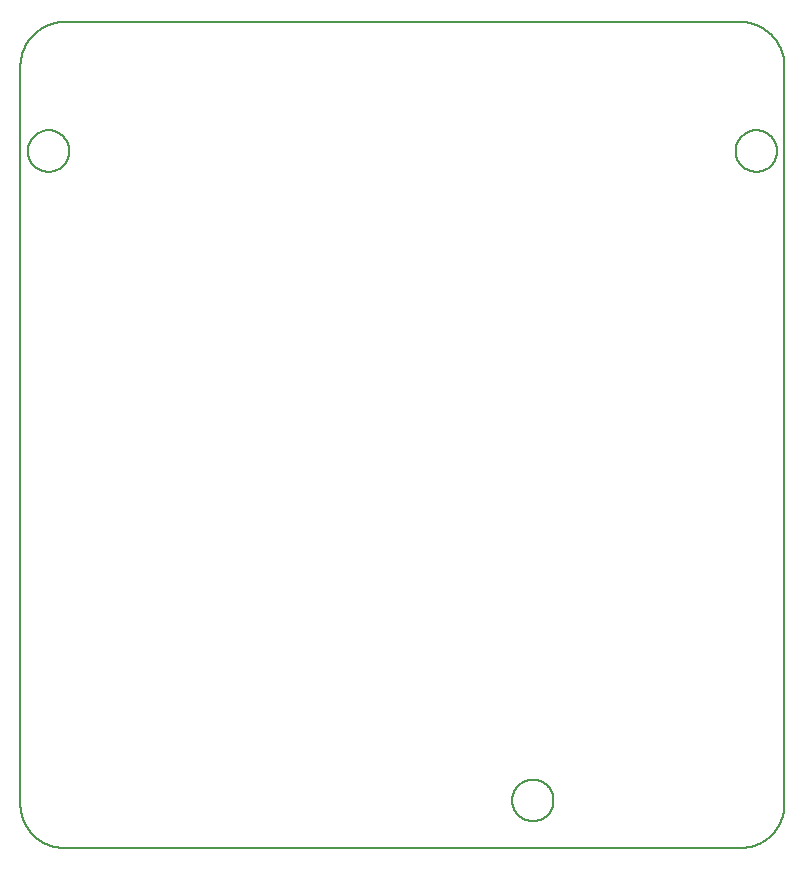
<source format=gm1>
G04 MADE WITH FRITZING*
G04 WWW.FRITZING.ORG*
G04 DOUBLE SIDED*
G04 HOLES PLATED*
G04 CONTOUR ON CENTER OF CONTOUR VECTOR*
%ASAXBY*%
%FSLAX23Y23*%
%MOIN*%
%OFA0B0*%
%SFA1.0B1.0*%
%ADD10C,0.008*%
%LNCONTOUR*%
G90*
G70*
G54D10*
X137Y2756D02*
X138Y2756D01*
X139Y2756D01*
X140Y2756D01*
X141Y2756D01*
X142Y2756D01*
X143Y2756D01*
X144Y2756D01*
X145Y2756D01*
X146Y2756D01*
X147Y2756D01*
X148Y2756D01*
X149Y2756D01*
X150Y2756D01*
X151Y2756D01*
X152Y2756D01*
X153Y2756D01*
X154Y2756D01*
X155Y2756D01*
X156Y2756D01*
X157Y2756D01*
X158Y2756D01*
X159Y2756D01*
X160Y2756D01*
X161Y2756D01*
X162Y2756D01*
X163Y2756D01*
X164Y2756D01*
X165Y2756D01*
X166Y2756D01*
X167Y2756D01*
X168Y2756D01*
X169Y2756D01*
X170Y2756D01*
X171Y2756D01*
X172Y2756D01*
X173Y2756D01*
X174Y2756D01*
X175Y2756D01*
X176Y2756D01*
X177Y2756D01*
X178Y2756D01*
X179Y2756D01*
X180Y2756D01*
X181Y2756D01*
X182Y2756D01*
X183Y2756D01*
X184Y2756D01*
X185Y2756D01*
X186Y2756D01*
X187Y2756D01*
X188Y2756D01*
X189Y2756D01*
X190Y2756D01*
X191Y2756D01*
X192Y2756D01*
X193Y2756D01*
X194Y2756D01*
X195Y2756D01*
X196Y2756D01*
X197Y2756D01*
X198Y2756D01*
X199Y2756D01*
X200Y2756D01*
X201Y2756D01*
X202Y2756D01*
X203Y2756D01*
X204Y2756D01*
X205Y2756D01*
X206Y2756D01*
X207Y2756D01*
X208Y2756D01*
X209Y2756D01*
X210Y2756D01*
X211Y2756D01*
X212Y2756D01*
X213Y2756D01*
X214Y2756D01*
X215Y2756D01*
X216Y2756D01*
X217Y2756D01*
X218Y2756D01*
X219Y2756D01*
X220Y2756D01*
X221Y2756D01*
X222Y2756D01*
X223Y2756D01*
X224Y2756D01*
X225Y2756D01*
X226Y2756D01*
X227Y2756D01*
X228Y2756D01*
X229Y2756D01*
X230Y2756D01*
X231Y2756D01*
X232Y2756D01*
X233Y2756D01*
X234Y2756D01*
X235Y2756D01*
X236Y2756D01*
X237Y2756D01*
X238Y2756D01*
X239Y2756D01*
X240Y2756D01*
X241Y2756D01*
X242Y2756D01*
X243Y2756D01*
X244Y2756D01*
X245Y2756D01*
X246Y2756D01*
X247Y2756D01*
X248Y2756D01*
X249Y2756D01*
X250Y2756D01*
X251Y2756D01*
X252Y2756D01*
X253Y2756D01*
X254Y2756D01*
X255Y2756D01*
X256Y2756D01*
X257Y2756D01*
X258Y2756D01*
X259Y2756D01*
X260Y2756D01*
X261Y2756D01*
X262Y2756D01*
X263Y2756D01*
X264Y2756D01*
X265Y2756D01*
X266Y2756D01*
X267Y2756D01*
X268Y2756D01*
X269Y2756D01*
X270Y2756D01*
X271Y2756D01*
X272Y2756D01*
X273Y2756D01*
X274Y2756D01*
X275Y2756D01*
X276Y2756D01*
X277Y2756D01*
X278Y2756D01*
X279Y2756D01*
X280Y2756D01*
X281Y2756D01*
X282Y2756D01*
X283Y2756D01*
X284Y2756D01*
X285Y2756D01*
X286Y2756D01*
X287Y2756D01*
X288Y2756D01*
X289Y2756D01*
X290Y2756D01*
X291Y2756D01*
X292Y2756D01*
X293Y2756D01*
X294Y2756D01*
X295Y2756D01*
X296Y2756D01*
X297Y2756D01*
X298Y2756D01*
X299Y2756D01*
X300Y2756D01*
X301Y2756D01*
X302Y2756D01*
X303Y2756D01*
X304Y2756D01*
X305Y2756D01*
X306Y2756D01*
X307Y2756D01*
X308Y2756D01*
X309Y2756D01*
X310Y2756D01*
X311Y2756D01*
X312Y2756D01*
X313Y2756D01*
X314Y2756D01*
X315Y2756D01*
X316Y2756D01*
X317Y2756D01*
X318Y2756D01*
X319Y2756D01*
X320Y2756D01*
X321Y2756D01*
X322Y2756D01*
X323Y2756D01*
X324Y2756D01*
X325Y2756D01*
X326Y2756D01*
X327Y2756D01*
X328Y2756D01*
X329Y2756D01*
X330Y2756D01*
X331Y2756D01*
X332Y2756D01*
X333Y2756D01*
X334Y2756D01*
X335Y2756D01*
X336Y2756D01*
X337Y2756D01*
X338Y2756D01*
X339Y2756D01*
X340Y2756D01*
X341Y2756D01*
X342Y2756D01*
X343Y2756D01*
X344Y2756D01*
X345Y2756D01*
X346Y2756D01*
X347Y2756D01*
X348Y2756D01*
X349Y2756D01*
X350Y2756D01*
X351Y2756D01*
X352Y2756D01*
X353Y2756D01*
X354Y2756D01*
X355Y2756D01*
X356Y2756D01*
X357Y2756D01*
X358Y2756D01*
X359Y2756D01*
X360Y2756D01*
X361Y2756D01*
X362Y2756D01*
X363Y2756D01*
X364Y2756D01*
X365Y2756D01*
X366Y2756D01*
X367Y2756D01*
X368Y2756D01*
X369Y2756D01*
X370Y2756D01*
X371Y2756D01*
X372Y2756D01*
X373Y2756D01*
X374Y2756D01*
X375Y2756D01*
X376Y2756D01*
X377Y2756D01*
X378Y2756D01*
X379Y2756D01*
X380Y2756D01*
X381Y2756D01*
X382Y2756D01*
X383Y2756D01*
X384Y2756D01*
X385Y2756D01*
X386Y2756D01*
X387Y2756D01*
X388Y2756D01*
X389Y2756D01*
X390Y2756D01*
X391Y2756D01*
X392Y2756D01*
X393Y2756D01*
X394Y2756D01*
X395Y2756D01*
X396Y2756D01*
X397Y2756D01*
X398Y2756D01*
X399Y2756D01*
X400Y2756D01*
X401Y2756D01*
X402Y2756D01*
X403Y2756D01*
X404Y2756D01*
X405Y2756D01*
X406Y2756D01*
X407Y2756D01*
X408Y2756D01*
X409Y2756D01*
X410Y2756D01*
X411Y2756D01*
X412Y2756D01*
X413Y2756D01*
X414Y2756D01*
X415Y2756D01*
X416Y2756D01*
X417Y2756D01*
X418Y2756D01*
X419Y2756D01*
X420Y2756D01*
X421Y2756D01*
X422Y2756D01*
X423Y2756D01*
X424Y2756D01*
X425Y2756D01*
X426Y2756D01*
X427Y2756D01*
X428Y2756D01*
X429Y2756D01*
X430Y2756D01*
X431Y2756D01*
X432Y2756D01*
X433Y2756D01*
X434Y2756D01*
X435Y2756D01*
X436Y2756D01*
X437Y2756D01*
X438Y2756D01*
X439Y2756D01*
X440Y2756D01*
X441Y2756D01*
X442Y2756D01*
X443Y2756D01*
X444Y2756D01*
X445Y2756D01*
X446Y2756D01*
X447Y2756D01*
X448Y2756D01*
X449Y2756D01*
X450Y2756D01*
X451Y2756D01*
X452Y2756D01*
X453Y2756D01*
X454Y2756D01*
X455Y2756D01*
X456Y2756D01*
X457Y2756D01*
X458Y2756D01*
X459Y2756D01*
X460Y2756D01*
X461Y2756D01*
X462Y2756D01*
X463Y2756D01*
X464Y2756D01*
X465Y2756D01*
X466Y2756D01*
X467Y2756D01*
X468Y2756D01*
X469Y2756D01*
X470Y2756D01*
X471Y2756D01*
X472Y2756D01*
X473Y2756D01*
X474Y2756D01*
X475Y2756D01*
X476Y2756D01*
X477Y2756D01*
X478Y2756D01*
X479Y2756D01*
X480Y2756D01*
X481Y2756D01*
X482Y2756D01*
X483Y2756D01*
X484Y2756D01*
X485Y2756D01*
X486Y2756D01*
X487Y2756D01*
X488Y2756D01*
X489Y2756D01*
X490Y2756D01*
X491Y2756D01*
X492Y2756D01*
X493Y2756D01*
X494Y2756D01*
X495Y2756D01*
X496Y2756D01*
X497Y2756D01*
X498Y2756D01*
X499Y2756D01*
X500Y2756D01*
X501Y2756D01*
X502Y2756D01*
X503Y2756D01*
X504Y2756D01*
X505Y2756D01*
X506Y2756D01*
X507Y2756D01*
X508Y2756D01*
X509Y2756D01*
X510Y2756D01*
X511Y2756D01*
X512Y2756D01*
X513Y2756D01*
X514Y2756D01*
X515Y2756D01*
X516Y2756D01*
X517Y2756D01*
X518Y2756D01*
X519Y2756D01*
X520Y2756D01*
X521Y2756D01*
X522Y2756D01*
X523Y2756D01*
X524Y2756D01*
X525Y2756D01*
X526Y2756D01*
X527Y2756D01*
X528Y2756D01*
X529Y2756D01*
X530Y2756D01*
X531Y2756D01*
X532Y2756D01*
X533Y2756D01*
X534Y2756D01*
X535Y2756D01*
X536Y2756D01*
X537Y2756D01*
X538Y2756D01*
X539Y2756D01*
X540Y2756D01*
X541Y2756D01*
X542Y2756D01*
X543Y2756D01*
X544Y2756D01*
X545Y2756D01*
X546Y2756D01*
X547Y2756D01*
X548Y2756D01*
X549Y2756D01*
X550Y2756D01*
X551Y2756D01*
X552Y2756D01*
X553Y2756D01*
X554Y2756D01*
X555Y2756D01*
X556Y2756D01*
X557Y2756D01*
X558Y2756D01*
X559Y2756D01*
X560Y2756D01*
X561Y2756D01*
X562Y2756D01*
X563Y2756D01*
X564Y2756D01*
X565Y2756D01*
X566Y2756D01*
X567Y2756D01*
X568Y2756D01*
X569Y2756D01*
X570Y2756D01*
X571Y2756D01*
X572Y2756D01*
X573Y2756D01*
X574Y2756D01*
X575Y2756D01*
X576Y2756D01*
X577Y2756D01*
X578Y2756D01*
X579Y2756D01*
X580Y2756D01*
X581Y2756D01*
X582Y2756D01*
X583Y2756D01*
X584Y2756D01*
X585Y2756D01*
X586Y2756D01*
X587Y2756D01*
X588Y2756D01*
X589Y2756D01*
X590Y2756D01*
X591Y2756D01*
X592Y2756D01*
X593Y2756D01*
X594Y2756D01*
X595Y2756D01*
X596Y2756D01*
X597Y2756D01*
X598Y2756D01*
X599Y2756D01*
X600Y2756D01*
X601Y2756D01*
X602Y2756D01*
X603Y2756D01*
X604Y2756D01*
X605Y2756D01*
X606Y2756D01*
X607Y2756D01*
X608Y2756D01*
X609Y2756D01*
X610Y2756D01*
X611Y2756D01*
X612Y2756D01*
X613Y2756D01*
X614Y2756D01*
X615Y2756D01*
X616Y2756D01*
X617Y2756D01*
X618Y2756D01*
X619Y2756D01*
X620Y2756D01*
X621Y2756D01*
X622Y2756D01*
X623Y2756D01*
X624Y2756D01*
X625Y2756D01*
X626Y2756D01*
X627Y2756D01*
X628Y2756D01*
X629Y2756D01*
X630Y2756D01*
X631Y2756D01*
X632Y2756D01*
X633Y2756D01*
X634Y2756D01*
X635Y2756D01*
X636Y2756D01*
X637Y2756D01*
X638Y2756D01*
X639Y2756D01*
X640Y2756D01*
X641Y2756D01*
X642Y2756D01*
X643Y2756D01*
X644Y2756D01*
X645Y2756D01*
X646Y2756D01*
X647Y2756D01*
X648Y2756D01*
X649Y2756D01*
X650Y2756D01*
X651Y2756D01*
X652Y2756D01*
X653Y2756D01*
X654Y2756D01*
X655Y2756D01*
X656Y2756D01*
X657Y2756D01*
X658Y2756D01*
X659Y2756D01*
X660Y2756D01*
X661Y2756D01*
X662Y2756D01*
X663Y2756D01*
X664Y2756D01*
X665Y2756D01*
X666Y2756D01*
X667Y2756D01*
X668Y2756D01*
X669Y2756D01*
X670Y2756D01*
X671Y2756D01*
X672Y2756D01*
X673Y2756D01*
X674Y2756D01*
X675Y2756D01*
X676Y2756D01*
X677Y2756D01*
X678Y2756D01*
X679Y2756D01*
X680Y2756D01*
X681Y2756D01*
X682Y2756D01*
X683Y2756D01*
X684Y2756D01*
X685Y2756D01*
X686Y2756D01*
X687Y2756D01*
X688Y2756D01*
X689Y2756D01*
X690Y2756D01*
X691Y2756D01*
X692Y2756D01*
X693Y2756D01*
X694Y2756D01*
X695Y2756D01*
X696Y2756D01*
X697Y2756D01*
X698Y2756D01*
X699Y2756D01*
X700Y2756D01*
X701Y2756D01*
X702Y2756D01*
X703Y2756D01*
X704Y2756D01*
X705Y2756D01*
X706Y2756D01*
X707Y2756D01*
X708Y2756D01*
X709Y2756D01*
X710Y2756D01*
X711Y2756D01*
X712Y2756D01*
X713Y2756D01*
X714Y2756D01*
X715Y2756D01*
X716Y2756D01*
X717Y2756D01*
X718Y2756D01*
X719Y2756D01*
X720Y2756D01*
X721Y2756D01*
X722Y2756D01*
X723Y2756D01*
X724Y2756D01*
X725Y2756D01*
X726Y2756D01*
X727Y2756D01*
X728Y2756D01*
X729Y2756D01*
X730Y2756D01*
X731Y2756D01*
X732Y2756D01*
X733Y2756D01*
X734Y2756D01*
X735Y2756D01*
X736Y2756D01*
X737Y2756D01*
X738Y2756D01*
X739Y2756D01*
X740Y2756D01*
X741Y2756D01*
X742Y2756D01*
X743Y2756D01*
X744Y2756D01*
X745Y2756D01*
X746Y2756D01*
X747Y2756D01*
X748Y2756D01*
X749Y2756D01*
X750Y2756D01*
X751Y2756D01*
X752Y2756D01*
X753Y2756D01*
X754Y2756D01*
X755Y2756D01*
X756Y2756D01*
X757Y2756D01*
X758Y2756D01*
X759Y2756D01*
X760Y2756D01*
X761Y2756D01*
X762Y2756D01*
X763Y2756D01*
X764Y2756D01*
X765Y2756D01*
X766Y2756D01*
X767Y2756D01*
X768Y2756D01*
X769Y2756D01*
X770Y2756D01*
X771Y2756D01*
X772Y2756D01*
X773Y2756D01*
X774Y2756D01*
X775Y2756D01*
X776Y2756D01*
X777Y2756D01*
X778Y2756D01*
X779Y2756D01*
X780Y2756D01*
X781Y2756D01*
X782Y2756D01*
X783Y2756D01*
X784Y2756D01*
X785Y2756D01*
X786Y2756D01*
X787Y2756D01*
X788Y2756D01*
X789Y2756D01*
X790Y2756D01*
X791Y2756D01*
X792Y2756D01*
X793Y2756D01*
X794Y2756D01*
X795Y2756D01*
X796Y2756D01*
X797Y2756D01*
X798Y2756D01*
X799Y2756D01*
X800Y2756D01*
X801Y2756D01*
X802Y2756D01*
X803Y2756D01*
X804Y2756D01*
X805Y2756D01*
X806Y2756D01*
X807Y2756D01*
X808Y2756D01*
X809Y2756D01*
X810Y2756D01*
X811Y2756D01*
X812Y2756D01*
X813Y2756D01*
X814Y2756D01*
X815Y2756D01*
X816Y2756D01*
X817Y2756D01*
X818Y2756D01*
X819Y2756D01*
X820Y2756D01*
X821Y2756D01*
X822Y2756D01*
X823Y2756D01*
X824Y2756D01*
X825Y2756D01*
X826Y2756D01*
X827Y2756D01*
X828Y2756D01*
X829Y2756D01*
X830Y2756D01*
X831Y2756D01*
X832Y2756D01*
X833Y2756D01*
X834Y2756D01*
X835Y2756D01*
X836Y2756D01*
X837Y2756D01*
X838Y2756D01*
X839Y2756D01*
X840Y2756D01*
X841Y2756D01*
X842Y2756D01*
X843Y2756D01*
X844Y2756D01*
X845Y2756D01*
X846Y2756D01*
X847Y2756D01*
X848Y2756D01*
X849Y2756D01*
X850Y2756D01*
X851Y2756D01*
X852Y2756D01*
X853Y2756D01*
X854Y2756D01*
X855Y2756D01*
X856Y2756D01*
X857Y2756D01*
X858Y2756D01*
X859Y2756D01*
X860Y2756D01*
X861Y2756D01*
X862Y2756D01*
X863Y2756D01*
X864Y2756D01*
X865Y2756D01*
X866Y2756D01*
X867Y2756D01*
X868Y2756D01*
X869Y2756D01*
X870Y2756D01*
X871Y2756D01*
X872Y2756D01*
X873Y2756D01*
X874Y2756D01*
X875Y2756D01*
X876Y2756D01*
X877Y2756D01*
X878Y2756D01*
X879Y2756D01*
X880Y2756D01*
X881Y2756D01*
X882Y2756D01*
X883Y2756D01*
X884Y2756D01*
X885Y2756D01*
X886Y2756D01*
X887Y2756D01*
X888Y2756D01*
X889Y2756D01*
X890Y2756D01*
X891Y2756D01*
X892Y2756D01*
X893Y2756D01*
X894Y2756D01*
X895Y2756D01*
X896Y2756D01*
X897Y2756D01*
X898Y2756D01*
X899Y2756D01*
X900Y2756D01*
X901Y2756D01*
X902Y2756D01*
X903Y2756D01*
X904Y2756D01*
X905Y2756D01*
X906Y2756D01*
X907Y2756D01*
X908Y2756D01*
X909Y2756D01*
X910Y2756D01*
X911Y2756D01*
X912Y2756D01*
X913Y2756D01*
X914Y2756D01*
X915Y2756D01*
X916Y2756D01*
X917Y2756D01*
X918Y2756D01*
X919Y2756D01*
X920Y2756D01*
X921Y2756D01*
X922Y2756D01*
X923Y2756D01*
X924Y2756D01*
X925Y2756D01*
X926Y2756D01*
X927Y2756D01*
X928Y2756D01*
X929Y2756D01*
X930Y2756D01*
X931Y2756D01*
X932Y2756D01*
X933Y2756D01*
X934Y2756D01*
X935Y2756D01*
X936Y2756D01*
X937Y2756D01*
X938Y2756D01*
X939Y2756D01*
X940Y2756D01*
X941Y2756D01*
X942Y2756D01*
X943Y2756D01*
X944Y2756D01*
X945Y2756D01*
X946Y2756D01*
X947Y2756D01*
X948Y2756D01*
X949Y2756D01*
X950Y2756D01*
X951Y2756D01*
X952Y2756D01*
X953Y2756D01*
X954Y2756D01*
X955Y2756D01*
X956Y2756D01*
X957Y2756D01*
X958Y2756D01*
X959Y2756D01*
X960Y2756D01*
X961Y2756D01*
X962Y2756D01*
X963Y2756D01*
X964Y2756D01*
X965Y2756D01*
X966Y2756D01*
X967Y2756D01*
X968Y2756D01*
X969Y2756D01*
X970Y2756D01*
X971Y2756D01*
X972Y2756D01*
X973Y2756D01*
X974Y2756D01*
X975Y2756D01*
X976Y2756D01*
X977Y2756D01*
X978Y2756D01*
X979Y2756D01*
X980Y2756D01*
X981Y2756D01*
X982Y2756D01*
X983Y2756D01*
X984Y2756D01*
X985Y2756D01*
X986Y2756D01*
X987Y2756D01*
X988Y2756D01*
X989Y2756D01*
X990Y2756D01*
X991Y2756D01*
X992Y2756D01*
X993Y2756D01*
X994Y2756D01*
X995Y2756D01*
X996Y2756D01*
X997Y2756D01*
X998Y2756D01*
X999Y2756D01*
X1000Y2756D01*
X1001Y2756D01*
X1002Y2756D01*
X1003Y2756D01*
X1004Y2756D01*
X1005Y2756D01*
X1006Y2756D01*
X1007Y2756D01*
X1008Y2756D01*
X1009Y2756D01*
X1010Y2756D01*
X1011Y2756D01*
X1012Y2756D01*
X1013Y2756D01*
X1014Y2756D01*
X1015Y2756D01*
X1016Y2756D01*
X1017Y2756D01*
X1018Y2756D01*
X1019Y2756D01*
X1020Y2756D01*
X1021Y2756D01*
X1022Y2756D01*
X1023Y2756D01*
X1024Y2756D01*
X1025Y2756D01*
X1026Y2756D01*
X1027Y2756D01*
X1028Y2756D01*
X1029Y2756D01*
X1030Y2756D01*
X1031Y2756D01*
X1032Y2756D01*
X1033Y2756D01*
X1034Y2756D01*
X1035Y2756D01*
X1036Y2756D01*
X1037Y2756D01*
X1038Y2756D01*
X1039Y2756D01*
X1040Y2756D01*
X1041Y2756D01*
X1042Y2756D01*
X1043Y2756D01*
X1044Y2756D01*
X1045Y2756D01*
X1046Y2756D01*
X1047Y2756D01*
X1048Y2756D01*
X1049Y2756D01*
X1050Y2756D01*
X1051Y2756D01*
X1052Y2756D01*
X1053Y2756D01*
X1054Y2756D01*
X1055Y2756D01*
X1056Y2756D01*
X1057Y2756D01*
X1058Y2756D01*
X1059Y2756D01*
X1060Y2756D01*
X1061Y2756D01*
X1062Y2756D01*
X1063Y2756D01*
X1064Y2756D01*
X1065Y2756D01*
X1066Y2756D01*
X1067Y2756D01*
X1068Y2756D01*
X1069Y2756D01*
X1070Y2756D01*
X1071Y2756D01*
X1072Y2756D01*
X1073Y2756D01*
X1074Y2756D01*
X1075Y2756D01*
X1076Y2756D01*
X1077Y2756D01*
X1078Y2756D01*
X1079Y2756D01*
X1080Y2756D01*
X1081Y2756D01*
X1082Y2756D01*
X1083Y2756D01*
X1084Y2756D01*
X1085Y2756D01*
X1086Y2756D01*
X1087Y2756D01*
X1088Y2756D01*
X1089Y2756D01*
X1090Y2756D01*
X1091Y2756D01*
X1092Y2756D01*
X1093Y2756D01*
X1094Y2756D01*
X1095Y2756D01*
X1096Y2756D01*
X1097Y2756D01*
X1098Y2756D01*
X1099Y2756D01*
X1100Y2756D01*
X1101Y2756D01*
X1102Y2756D01*
X1103Y2756D01*
X1104Y2756D01*
X1105Y2756D01*
X1106Y2756D01*
X1107Y2756D01*
X1108Y2756D01*
X1109Y2756D01*
X1110Y2756D01*
X1111Y2756D01*
X1112Y2756D01*
X1113Y2756D01*
X1114Y2756D01*
X1115Y2756D01*
X1116Y2756D01*
X1117Y2756D01*
X1118Y2756D01*
X1119Y2756D01*
X1120Y2756D01*
X1121Y2756D01*
X1122Y2756D01*
X1123Y2756D01*
X1124Y2756D01*
X1125Y2756D01*
X1126Y2756D01*
X1127Y2756D01*
X1128Y2756D01*
X1129Y2756D01*
X1130Y2756D01*
X1131Y2756D01*
X1132Y2756D01*
X1133Y2756D01*
X1134Y2756D01*
X1135Y2756D01*
X1136Y2756D01*
X1137Y2756D01*
X1138Y2756D01*
X1139Y2756D01*
X1140Y2756D01*
X1141Y2756D01*
X1142Y2756D01*
X1143Y2756D01*
X1144Y2756D01*
X1145Y2756D01*
X1146Y2756D01*
X1147Y2756D01*
X1148Y2756D01*
X1149Y2756D01*
X1150Y2756D01*
X1151Y2756D01*
X1152Y2756D01*
X1153Y2756D01*
X1154Y2756D01*
X1155Y2756D01*
X1156Y2756D01*
X1157Y2756D01*
X1158Y2756D01*
X1159Y2756D01*
X1160Y2756D01*
X1161Y2756D01*
X1162Y2756D01*
X1163Y2756D01*
X1164Y2756D01*
X1165Y2756D01*
X1166Y2756D01*
X1167Y2756D01*
X1168Y2756D01*
X1169Y2756D01*
X1170Y2756D01*
X1171Y2756D01*
X1172Y2756D01*
X1173Y2756D01*
X1174Y2756D01*
X1175Y2756D01*
X1176Y2756D01*
X1177Y2756D01*
X1178Y2756D01*
X1179Y2756D01*
X1180Y2756D01*
X1181Y2756D01*
X1182Y2756D01*
X1183Y2756D01*
X1184Y2756D01*
X1185Y2756D01*
X1186Y2756D01*
X1187Y2756D01*
X1188Y2756D01*
X1189Y2756D01*
X1190Y2756D01*
X1191Y2756D01*
X1192Y2756D01*
X1193Y2756D01*
X1194Y2756D01*
X1195Y2756D01*
X1196Y2756D01*
X1197Y2756D01*
X1198Y2756D01*
X1199Y2756D01*
X1200Y2756D01*
X1201Y2756D01*
X1202Y2756D01*
X1203Y2756D01*
X1204Y2756D01*
X1205Y2756D01*
X1206Y2756D01*
X1207Y2756D01*
X1208Y2756D01*
X1209Y2756D01*
X1210Y2756D01*
X1211Y2756D01*
X1212Y2756D01*
X1213Y2756D01*
X1214Y2756D01*
X1215Y2756D01*
X1216Y2756D01*
X1217Y2756D01*
X1218Y2756D01*
X1219Y2756D01*
X1220Y2756D01*
X1221Y2756D01*
X1222Y2756D01*
X1223Y2756D01*
X1224Y2756D01*
X1225Y2756D01*
X1226Y2756D01*
X1227Y2756D01*
X1228Y2756D01*
X1229Y2756D01*
X1230Y2756D01*
X1231Y2756D01*
X1232Y2756D01*
X1233Y2756D01*
X1234Y2756D01*
X1235Y2756D01*
X1236Y2756D01*
X1237Y2756D01*
X1238Y2756D01*
X1239Y2756D01*
X1240Y2756D01*
X1241Y2756D01*
X1242Y2756D01*
X1243Y2756D01*
X1244Y2756D01*
X1245Y2756D01*
X1246Y2756D01*
X1247Y2756D01*
X1248Y2756D01*
X1249Y2756D01*
X1250Y2756D01*
X1251Y2756D01*
X1252Y2756D01*
X1253Y2756D01*
X1254Y2756D01*
X1255Y2756D01*
X1256Y2756D01*
X1257Y2756D01*
X1258Y2756D01*
X1259Y2756D01*
X1260Y2756D01*
X1261Y2756D01*
X1262Y2756D01*
X1263Y2756D01*
X1264Y2756D01*
X1265Y2756D01*
X1266Y2756D01*
X1267Y2756D01*
X1268Y2756D01*
X1269Y2756D01*
X1270Y2756D01*
X1271Y2756D01*
X1272Y2756D01*
X1273Y2756D01*
X1274Y2756D01*
X1275Y2756D01*
X1276Y2756D01*
X1277Y2756D01*
X1278Y2756D01*
X1279Y2756D01*
X1280Y2756D01*
X1281Y2756D01*
X1282Y2756D01*
X1283Y2756D01*
X1284Y2756D01*
X1285Y2756D01*
X1286Y2756D01*
X1287Y2756D01*
X1288Y2756D01*
X1289Y2756D01*
X1290Y2756D01*
X1291Y2756D01*
X1292Y2756D01*
X1293Y2756D01*
X1294Y2756D01*
X1295Y2756D01*
X1296Y2756D01*
X1297Y2756D01*
X1298Y2756D01*
X1299Y2756D01*
X1300Y2756D01*
X1301Y2756D01*
X1302Y2756D01*
X1303Y2756D01*
X1304Y2756D01*
X1305Y2756D01*
X1306Y2756D01*
X1307Y2756D01*
X1308Y2756D01*
X1309Y2756D01*
X1310Y2756D01*
X1311Y2756D01*
X1312Y2756D01*
X1313Y2756D01*
X1314Y2756D01*
X1315Y2756D01*
X1316Y2756D01*
X1317Y2756D01*
X1318Y2756D01*
X1319Y2756D01*
X1320Y2756D01*
X1321Y2756D01*
X1322Y2756D01*
X1323Y2756D01*
X1324Y2756D01*
X1325Y2756D01*
X1326Y2756D01*
X1327Y2756D01*
X1328Y2756D01*
X1329Y2756D01*
X1330Y2756D01*
X1331Y2756D01*
X1332Y2756D01*
X1333Y2756D01*
X1334Y2756D01*
X1335Y2756D01*
X1336Y2756D01*
X1337Y2756D01*
X1338Y2756D01*
X1339Y2756D01*
X1340Y2756D01*
X1341Y2756D01*
X1342Y2756D01*
X1343Y2756D01*
X1344Y2756D01*
X1345Y2756D01*
X1346Y2756D01*
X1347Y2756D01*
X1348Y2756D01*
X1349Y2756D01*
X1350Y2756D01*
X1351Y2756D01*
X1352Y2756D01*
X1353Y2756D01*
X1354Y2756D01*
X1355Y2756D01*
X1356Y2756D01*
X1357Y2756D01*
X1358Y2756D01*
X1359Y2756D01*
X1360Y2756D01*
X1361Y2756D01*
X1362Y2756D01*
X1363Y2756D01*
X1364Y2756D01*
X1365Y2756D01*
X1366Y2756D01*
X1367Y2756D01*
X1368Y2756D01*
X1369Y2756D01*
X1370Y2756D01*
X1371Y2756D01*
X1372Y2756D01*
X1373Y2756D01*
X1374Y2756D01*
X1375Y2756D01*
X1376Y2756D01*
X1377Y2756D01*
X1378Y2756D01*
X1379Y2756D01*
X1380Y2756D01*
X1381Y2756D01*
X1382Y2756D01*
X1383Y2756D01*
X1384Y2756D01*
X1385Y2756D01*
X1386Y2756D01*
X1387Y2756D01*
X1388Y2756D01*
X1389Y2756D01*
X1390Y2756D01*
X1391Y2756D01*
X1392Y2756D01*
X1393Y2756D01*
X1394Y2756D01*
X1395Y2756D01*
X1396Y2756D01*
X1397Y2756D01*
X1398Y2756D01*
X1399Y2756D01*
X1400Y2756D01*
X1401Y2756D01*
X1402Y2756D01*
X1403Y2756D01*
X1404Y2756D01*
X1405Y2756D01*
X1406Y2756D01*
X1407Y2756D01*
X1408Y2756D01*
X1409Y2756D01*
X1410Y2756D01*
X1411Y2756D01*
X1412Y2756D01*
X1413Y2756D01*
X1414Y2756D01*
X1415Y2756D01*
X1416Y2756D01*
X1417Y2756D01*
X1418Y2756D01*
X1419Y2756D01*
X1420Y2756D01*
X1421Y2756D01*
X1422Y2756D01*
X1423Y2756D01*
X1424Y2756D01*
X1425Y2756D01*
X1426Y2756D01*
X1427Y2756D01*
X1428Y2756D01*
X1429Y2756D01*
X1430Y2756D01*
X1431Y2756D01*
X1432Y2756D01*
X1433Y2756D01*
X1434Y2756D01*
X1435Y2756D01*
X1436Y2756D01*
X1437Y2756D01*
X1438Y2756D01*
X1439Y2756D01*
X1440Y2756D01*
X1441Y2756D01*
X1442Y2756D01*
X1443Y2756D01*
X1444Y2756D01*
X1445Y2756D01*
X1446Y2756D01*
X1447Y2756D01*
X1448Y2756D01*
X1449Y2756D01*
X1450Y2756D01*
X1451Y2756D01*
X1452Y2756D01*
X1453Y2756D01*
X1454Y2756D01*
X1455Y2756D01*
X1456Y2756D01*
X1457Y2756D01*
X1458Y2756D01*
X1459Y2756D01*
X1460Y2756D01*
X1461Y2756D01*
X1462Y2756D01*
X1463Y2756D01*
X1464Y2756D01*
X1465Y2756D01*
X1466Y2756D01*
X1467Y2756D01*
X1468Y2756D01*
X1469Y2756D01*
X1470Y2756D01*
X1471Y2756D01*
X1472Y2756D01*
X1473Y2756D01*
X1474Y2756D01*
X1475Y2756D01*
X1476Y2756D01*
X1477Y2756D01*
X1478Y2756D01*
X1479Y2756D01*
X1480Y2756D01*
X1481Y2756D01*
X1482Y2756D01*
X1483Y2756D01*
X1484Y2756D01*
X1485Y2756D01*
X1486Y2756D01*
X1487Y2756D01*
X1488Y2756D01*
X1489Y2756D01*
X1490Y2756D01*
X1491Y2756D01*
X1492Y2756D01*
X1493Y2756D01*
X1494Y2756D01*
X1495Y2756D01*
X1496Y2756D01*
X1497Y2756D01*
X1498Y2756D01*
X1499Y2756D01*
X1500Y2756D01*
X1501Y2756D01*
X1502Y2756D01*
X1503Y2756D01*
X1504Y2756D01*
X1505Y2756D01*
X1506Y2756D01*
X1507Y2756D01*
X1508Y2756D01*
X1509Y2756D01*
X1510Y2756D01*
X1511Y2756D01*
X1512Y2756D01*
X1513Y2756D01*
X1514Y2756D01*
X1515Y2756D01*
X1516Y2756D01*
X1517Y2756D01*
X1518Y2756D01*
X1519Y2756D01*
X1520Y2756D01*
X1521Y2756D01*
X1522Y2756D01*
X1523Y2756D01*
X1524Y2756D01*
X1525Y2756D01*
X1526Y2756D01*
X1527Y2756D01*
X1528Y2756D01*
X1529Y2756D01*
X1530Y2756D01*
X1531Y2756D01*
X1532Y2756D01*
X1533Y2756D01*
X1534Y2756D01*
X1535Y2756D01*
X1536Y2756D01*
X1537Y2756D01*
X1538Y2756D01*
X1539Y2756D01*
X1540Y2756D01*
X1541Y2756D01*
X1542Y2756D01*
X1543Y2756D01*
X1544Y2756D01*
X1545Y2756D01*
X1546Y2756D01*
X1547Y2756D01*
X1548Y2756D01*
X1549Y2756D01*
X1550Y2756D01*
X1551Y2756D01*
X1552Y2756D01*
X1553Y2756D01*
X1554Y2756D01*
X1555Y2756D01*
X1556Y2756D01*
X1557Y2756D01*
X1558Y2756D01*
X1559Y2756D01*
X1560Y2756D01*
X1561Y2756D01*
X1562Y2756D01*
X1563Y2756D01*
X1564Y2756D01*
X1565Y2756D01*
X1566Y2756D01*
X1567Y2756D01*
X1568Y2756D01*
X1569Y2756D01*
X1570Y2756D01*
X1571Y2756D01*
X1572Y2756D01*
X1573Y2756D01*
X1574Y2756D01*
X1575Y2756D01*
X1576Y2756D01*
X1577Y2756D01*
X1578Y2756D01*
X1579Y2756D01*
X1580Y2756D01*
X1581Y2756D01*
X1582Y2756D01*
X1583Y2756D01*
X1584Y2756D01*
X1585Y2756D01*
X1586Y2756D01*
X1587Y2756D01*
X1588Y2756D01*
X1589Y2756D01*
X1590Y2756D01*
X1591Y2756D01*
X1592Y2756D01*
X1593Y2756D01*
X1594Y2756D01*
X1595Y2756D01*
X1596Y2756D01*
X1597Y2756D01*
X1598Y2756D01*
X1599Y2756D01*
X1600Y2756D01*
X1601Y2756D01*
X1602Y2756D01*
X1603Y2756D01*
X1604Y2756D01*
X1605Y2756D01*
X1606Y2756D01*
X1607Y2756D01*
X1608Y2756D01*
X1609Y2756D01*
X1610Y2756D01*
X1611Y2756D01*
X1612Y2756D01*
X1613Y2756D01*
X1614Y2756D01*
X1615Y2756D01*
X1616Y2756D01*
X1617Y2756D01*
X1618Y2756D01*
X1619Y2756D01*
X1620Y2756D01*
X1621Y2756D01*
X1622Y2756D01*
X1623Y2756D01*
X1624Y2756D01*
X1625Y2756D01*
X1626Y2756D01*
X1627Y2756D01*
X1628Y2756D01*
X1629Y2756D01*
X1630Y2756D01*
X1631Y2756D01*
X1632Y2756D01*
X1633Y2756D01*
X1634Y2756D01*
X1635Y2756D01*
X1636Y2756D01*
X1637Y2756D01*
X1638Y2756D01*
X1639Y2756D01*
X1640Y2756D01*
X1641Y2756D01*
X1642Y2756D01*
X1643Y2756D01*
X1644Y2756D01*
X1645Y2756D01*
X1646Y2756D01*
X1647Y2756D01*
X1648Y2756D01*
X1649Y2756D01*
X1650Y2756D01*
X1651Y2756D01*
X1652Y2756D01*
X1653Y2756D01*
X1654Y2756D01*
X1655Y2756D01*
X1656Y2756D01*
X1657Y2756D01*
X1658Y2756D01*
X1659Y2756D01*
X1660Y2756D01*
X1661Y2756D01*
X1662Y2756D01*
X1663Y2756D01*
X1664Y2756D01*
X1665Y2756D01*
X1666Y2756D01*
X1667Y2756D01*
X1668Y2756D01*
X1669Y2756D01*
X1670Y2756D01*
X1671Y2756D01*
X1672Y2756D01*
X1673Y2756D01*
X1674Y2756D01*
X1675Y2756D01*
X1676Y2756D01*
X1677Y2756D01*
X1678Y2756D01*
X1679Y2756D01*
X1680Y2756D01*
X1681Y2756D01*
X1682Y2756D01*
X1683Y2756D01*
X1684Y2756D01*
X1685Y2756D01*
X1686Y2756D01*
X1687Y2756D01*
X1688Y2756D01*
X1689Y2756D01*
X1690Y2756D01*
X1691Y2756D01*
X1692Y2756D01*
X1693Y2756D01*
X1694Y2756D01*
X1695Y2756D01*
X1696Y2756D01*
X1697Y2756D01*
X1698Y2756D01*
X1699Y2756D01*
X1700Y2756D01*
X1701Y2756D01*
X1702Y2756D01*
X1703Y2756D01*
X1704Y2756D01*
X1705Y2756D01*
X1706Y2756D01*
X1707Y2756D01*
X1708Y2756D01*
X1709Y2756D01*
X1710Y2756D01*
X1711Y2756D01*
X1712Y2756D01*
X1713Y2756D01*
X1714Y2756D01*
X1715Y2756D01*
X1716Y2756D01*
X1717Y2756D01*
X1718Y2756D01*
X1719Y2756D01*
X1720Y2756D01*
X1721Y2756D01*
X1722Y2756D01*
X1723Y2756D01*
X1724Y2756D01*
X1725Y2756D01*
X1726Y2756D01*
X1727Y2756D01*
X1728Y2756D01*
X1729Y2756D01*
X1730Y2756D01*
X1731Y2756D01*
X1732Y2756D01*
X1733Y2756D01*
X1734Y2756D01*
X1735Y2756D01*
X1736Y2756D01*
X1737Y2756D01*
X1738Y2756D01*
X1739Y2756D01*
X1740Y2756D01*
X1741Y2756D01*
X1742Y2756D01*
X1743Y2756D01*
X1744Y2756D01*
X1745Y2756D01*
X1746Y2756D01*
X1747Y2756D01*
X1748Y2756D01*
X1749Y2756D01*
X1750Y2756D01*
X1751Y2756D01*
X1752Y2756D01*
X1753Y2756D01*
X1754Y2756D01*
X1755Y2756D01*
X1756Y2756D01*
X1757Y2756D01*
X1758Y2756D01*
X1759Y2756D01*
X1760Y2756D01*
X1761Y2756D01*
X1762Y2756D01*
X1763Y2756D01*
X1764Y2756D01*
X1765Y2756D01*
X1766Y2756D01*
X1767Y2756D01*
X1768Y2756D01*
X1769Y2756D01*
X1770Y2756D01*
X1771Y2756D01*
X1772Y2756D01*
X1773Y2756D01*
X1774Y2756D01*
X1775Y2756D01*
X1776Y2756D01*
X1777Y2756D01*
X1778Y2756D01*
X1779Y2756D01*
X1780Y2756D01*
X1781Y2756D01*
X1782Y2756D01*
X1783Y2756D01*
X1784Y2756D01*
X1785Y2756D01*
X1786Y2756D01*
X1787Y2756D01*
X1788Y2756D01*
X1789Y2756D01*
X1790Y2756D01*
X1791Y2756D01*
X1792Y2756D01*
X1793Y2756D01*
X1794Y2756D01*
X1795Y2756D01*
X1796Y2756D01*
X1797Y2756D01*
X1798Y2756D01*
X1799Y2756D01*
X1800Y2756D01*
X1801Y2756D01*
X1802Y2756D01*
X1803Y2756D01*
X1804Y2756D01*
X1805Y2756D01*
X1806Y2756D01*
X1807Y2756D01*
X1808Y2756D01*
X1809Y2756D01*
X1810Y2756D01*
X1811Y2756D01*
X1812Y2756D01*
X1813Y2756D01*
X1814Y2756D01*
X1815Y2756D01*
X1816Y2756D01*
X1817Y2756D01*
X1818Y2756D01*
X1819Y2756D01*
X1820Y2756D01*
X1821Y2756D01*
X1822Y2756D01*
X1823Y2756D01*
X1824Y2756D01*
X1825Y2756D01*
X1826Y2756D01*
X1827Y2756D01*
X1828Y2756D01*
X1829Y2756D01*
X1830Y2756D01*
X1831Y2756D01*
X1832Y2756D01*
X1833Y2756D01*
X1834Y2756D01*
X1835Y2756D01*
X1836Y2756D01*
X1837Y2756D01*
X1838Y2756D01*
X1839Y2756D01*
X1840Y2756D01*
X1841Y2756D01*
X1842Y2756D01*
X1843Y2756D01*
X1844Y2756D01*
X1845Y2756D01*
X1846Y2756D01*
X1847Y2756D01*
X1848Y2756D01*
X1849Y2756D01*
X1850Y2756D01*
X1851Y2756D01*
X1852Y2756D01*
X1853Y2756D01*
X1854Y2756D01*
X1855Y2756D01*
X1856Y2756D01*
X1857Y2756D01*
X1858Y2756D01*
X1859Y2756D01*
X1860Y2756D01*
X1861Y2756D01*
X1862Y2756D01*
X1863Y2756D01*
X1864Y2756D01*
X1865Y2756D01*
X1866Y2756D01*
X1867Y2756D01*
X1868Y2756D01*
X1869Y2756D01*
X1870Y2756D01*
X1871Y2756D01*
X1872Y2756D01*
X1873Y2756D01*
X1874Y2756D01*
X1875Y2756D01*
X1876Y2756D01*
X1877Y2756D01*
X1878Y2756D01*
X1879Y2756D01*
X1880Y2756D01*
X1881Y2756D01*
X1882Y2756D01*
X1883Y2756D01*
X1884Y2756D01*
X1885Y2756D01*
X1886Y2756D01*
X1887Y2756D01*
X1888Y2756D01*
X1889Y2756D01*
X1890Y2756D01*
X1891Y2756D01*
X1892Y2756D01*
X1893Y2756D01*
X1894Y2756D01*
X1895Y2756D01*
X1896Y2756D01*
X1897Y2756D01*
X1898Y2756D01*
X1899Y2756D01*
X1900Y2756D01*
X1901Y2756D01*
X1902Y2756D01*
X1903Y2756D01*
X1904Y2756D01*
X1905Y2756D01*
X1906Y2756D01*
X1907Y2756D01*
X1908Y2756D01*
X1909Y2756D01*
X1910Y2756D01*
X1911Y2756D01*
X1912Y2756D01*
X1913Y2756D01*
X1914Y2756D01*
X1915Y2756D01*
X1916Y2756D01*
X1917Y2756D01*
X1918Y2756D01*
X1919Y2756D01*
X1920Y2756D01*
X1921Y2756D01*
X1922Y2756D01*
X1923Y2756D01*
X1924Y2756D01*
X1925Y2756D01*
X1926Y2756D01*
X1927Y2756D01*
X1928Y2756D01*
X1929Y2756D01*
X1930Y2756D01*
X1931Y2756D01*
X1932Y2756D01*
X1933Y2756D01*
X1934Y2756D01*
X1935Y2756D01*
X1936Y2756D01*
X1937Y2756D01*
X1938Y2756D01*
X1939Y2756D01*
X1940Y2756D01*
X1941Y2756D01*
X1942Y2756D01*
X1943Y2756D01*
X1944Y2756D01*
X1945Y2756D01*
X1946Y2756D01*
X1947Y2756D01*
X1948Y2756D01*
X1949Y2756D01*
X1950Y2756D01*
X1951Y2756D01*
X1952Y2756D01*
X1953Y2756D01*
X1954Y2756D01*
X1955Y2756D01*
X1956Y2756D01*
X1957Y2756D01*
X1958Y2756D01*
X1959Y2756D01*
X1960Y2756D01*
X1961Y2756D01*
X1962Y2756D01*
X1963Y2756D01*
X1964Y2756D01*
X1965Y2756D01*
X1966Y2756D01*
X1967Y2756D01*
X1968Y2756D01*
X1969Y2756D01*
X1970Y2756D01*
X1971Y2756D01*
X1972Y2756D01*
X1973Y2756D01*
X1974Y2756D01*
X1975Y2756D01*
X1976Y2756D01*
X1977Y2756D01*
X1978Y2756D01*
X1979Y2756D01*
X1980Y2756D01*
X1981Y2756D01*
X1982Y2756D01*
X1983Y2756D01*
X1984Y2756D01*
X1985Y2756D01*
X1986Y2756D01*
X1987Y2756D01*
X1988Y2756D01*
X1989Y2756D01*
X1990Y2756D01*
X1991Y2756D01*
X1992Y2756D01*
X1993Y2756D01*
X1994Y2756D01*
X1995Y2756D01*
X1996Y2756D01*
X1997Y2756D01*
X1998Y2756D01*
X1999Y2756D01*
X2000Y2756D01*
X2001Y2756D01*
X2002Y2756D01*
X2003Y2756D01*
X2004Y2756D01*
X2005Y2756D01*
X2006Y2756D01*
X2007Y2756D01*
X2008Y2756D01*
X2009Y2756D01*
X2010Y2756D01*
X2011Y2756D01*
X2012Y2756D01*
X2013Y2756D01*
X2014Y2756D01*
X2015Y2756D01*
X2016Y2756D01*
X2017Y2756D01*
X2018Y2756D01*
X2019Y2756D01*
X2020Y2756D01*
X2021Y2756D01*
X2022Y2756D01*
X2023Y2756D01*
X2024Y2756D01*
X2025Y2756D01*
X2026Y2756D01*
X2027Y2756D01*
X2028Y2756D01*
X2029Y2756D01*
X2030Y2756D01*
X2031Y2756D01*
X2032Y2756D01*
X2033Y2756D01*
X2034Y2756D01*
X2035Y2756D01*
X2036Y2756D01*
X2037Y2756D01*
X2038Y2756D01*
X2039Y2756D01*
X2040Y2756D01*
X2041Y2756D01*
X2042Y2756D01*
X2043Y2756D01*
X2044Y2756D01*
X2045Y2756D01*
X2046Y2756D01*
X2047Y2756D01*
X2048Y2756D01*
X2049Y2756D01*
X2050Y2756D01*
X2051Y2756D01*
X2052Y2756D01*
X2053Y2756D01*
X2054Y2756D01*
X2055Y2756D01*
X2056Y2756D01*
X2057Y2756D01*
X2058Y2756D01*
X2059Y2756D01*
X2060Y2756D01*
X2061Y2756D01*
X2062Y2756D01*
X2063Y2756D01*
X2064Y2756D01*
X2065Y2756D01*
X2066Y2756D01*
X2067Y2756D01*
X2068Y2756D01*
X2069Y2756D01*
X2070Y2756D01*
X2071Y2756D01*
X2072Y2756D01*
X2073Y2756D01*
X2074Y2756D01*
X2075Y2756D01*
X2076Y2756D01*
X2077Y2756D01*
X2078Y2756D01*
X2079Y2756D01*
X2080Y2756D01*
X2081Y2756D01*
X2082Y2756D01*
X2083Y2756D01*
X2084Y2756D01*
X2085Y2756D01*
X2086Y2756D01*
X2087Y2756D01*
X2088Y2756D01*
X2089Y2756D01*
X2090Y2756D01*
X2091Y2756D01*
X2092Y2756D01*
X2093Y2756D01*
X2094Y2756D01*
X2095Y2756D01*
X2096Y2756D01*
X2097Y2756D01*
X2098Y2756D01*
X2099Y2756D01*
X2100Y2756D01*
X2101Y2756D01*
X2102Y2756D01*
X2103Y2756D01*
X2104Y2756D01*
X2105Y2756D01*
X2106Y2756D01*
X2107Y2756D01*
X2108Y2756D01*
X2109Y2756D01*
X2110Y2756D01*
X2111Y2756D01*
X2112Y2756D01*
X2113Y2756D01*
X2114Y2756D01*
X2115Y2756D01*
X2116Y2756D01*
X2117Y2756D01*
X2118Y2756D01*
X2119Y2756D01*
X2120Y2756D01*
X2121Y2756D01*
X2122Y2756D01*
X2123Y2756D01*
X2124Y2756D01*
X2125Y2756D01*
X2126Y2756D01*
X2127Y2756D01*
X2128Y2756D01*
X2129Y2756D01*
X2130Y2756D01*
X2131Y2756D01*
X2132Y2756D01*
X2133Y2756D01*
X2134Y2756D01*
X2135Y2756D01*
X2136Y2756D01*
X2137Y2756D01*
X2138Y2756D01*
X2139Y2756D01*
X2140Y2756D01*
X2141Y2756D01*
X2142Y2756D01*
X2143Y2756D01*
X2144Y2756D01*
X2145Y2756D01*
X2146Y2756D01*
X2147Y2756D01*
X2148Y2756D01*
X2149Y2756D01*
X2150Y2756D01*
X2151Y2756D01*
X2152Y2756D01*
X2153Y2756D01*
X2154Y2756D01*
X2155Y2756D01*
X2156Y2756D01*
X2157Y2756D01*
X2158Y2756D01*
X2159Y2756D01*
X2160Y2756D01*
X2161Y2756D01*
X2162Y2756D01*
X2163Y2756D01*
X2164Y2756D01*
X2165Y2756D01*
X2166Y2756D01*
X2167Y2756D01*
X2168Y2756D01*
X2169Y2756D01*
X2170Y2756D01*
X2171Y2756D01*
X2172Y2756D01*
X2173Y2756D01*
X2174Y2756D01*
X2175Y2756D01*
X2176Y2756D01*
X2177Y2756D01*
X2178Y2756D01*
X2179Y2756D01*
X2180Y2756D01*
X2181Y2756D01*
X2182Y2756D01*
X2183Y2756D01*
X2184Y2756D01*
X2185Y2756D01*
X2186Y2756D01*
X2187Y2756D01*
X2188Y2756D01*
X2189Y2756D01*
X2190Y2756D01*
X2191Y2756D01*
X2192Y2756D01*
X2193Y2756D01*
X2194Y2756D01*
X2195Y2756D01*
X2196Y2756D01*
X2197Y2756D01*
X2198Y2756D01*
X2199Y2756D01*
X2200Y2756D01*
X2201Y2756D01*
X2202Y2756D01*
X2203Y2756D01*
X2204Y2756D01*
X2205Y2756D01*
X2206Y2756D01*
X2207Y2756D01*
X2208Y2756D01*
X2209Y2756D01*
X2210Y2756D01*
X2211Y2756D01*
X2212Y2756D01*
X2213Y2756D01*
X2214Y2756D01*
X2215Y2756D01*
X2216Y2756D01*
X2217Y2756D01*
X2218Y2756D01*
X2219Y2756D01*
X2220Y2756D01*
X2221Y2756D01*
X2222Y2756D01*
X2223Y2756D01*
X2224Y2756D01*
X2225Y2756D01*
X2226Y2756D01*
X2227Y2756D01*
X2228Y2756D01*
X2229Y2756D01*
X2230Y2756D01*
X2231Y2756D01*
X2232Y2756D01*
X2233Y2756D01*
X2234Y2756D01*
X2235Y2756D01*
X2236Y2756D01*
X2237Y2756D01*
X2238Y2756D01*
X2239Y2756D01*
X2240Y2756D01*
X2241Y2756D01*
X2242Y2756D01*
X2243Y2756D01*
X2244Y2756D01*
X2245Y2756D01*
X2246Y2756D01*
X2247Y2756D01*
X2248Y2756D01*
X2249Y2756D01*
X2250Y2756D01*
X2251Y2756D01*
X2252Y2756D01*
X2253Y2756D01*
X2254Y2756D01*
X2255Y2756D01*
X2256Y2756D01*
X2257Y2756D01*
X2258Y2756D01*
X2259Y2756D01*
X2260Y2756D01*
X2261Y2756D01*
X2262Y2756D01*
X2263Y2756D01*
X2264Y2756D01*
X2265Y2756D01*
X2266Y2756D01*
X2267Y2756D01*
X2268Y2756D01*
X2269Y2756D01*
X2270Y2756D01*
X2271Y2756D01*
X2272Y2756D01*
X2273Y2756D01*
X2274Y2756D01*
X2275Y2756D01*
X2276Y2756D01*
X2277Y2756D01*
X2278Y2756D01*
X2279Y2756D01*
X2280Y2756D01*
X2281Y2756D01*
X2282Y2756D01*
X2283Y2756D01*
X2284Y2756D01*
X2285Y2756D01*
X2286Y2756D01*
X2287Y2756D01*
X2288Y2756D01*
X2289Y2756D01*
X2290Y2756D01*
X2291Y2756D01*
X2292Y2756D01*
X2293Y2756D01*
X2294Y2756D01*
X2295Y2756D01*
X2296Y2756D01*
X2297Y2756D01*
X2298Y2756D01*
X2299Y2756D01*
X2300Y2756D01*
X2301Y2756D01*
X2302Y2756D01*
X2303Y2756D01*
X2304Y2756D01*
X2305Y2756D01*
X2306Y2756D01*
X2307Y2756D01*
X2308Y2756D01*
X2309Y2756D01*
X2310Y2756D01*
X2311Y2756D01*
X2312Y2756D01*
X2313Y2756D01*
X2314Y2756D01*
X2315Y2756D01*
X2316Y2756D01*
X2317Y2756D01*
X2318Y2756D01*
X2319Y2756D01*
X2320Y2756D01*
X2321Y2756D01*
X2322Y2756D01*
X2323Y2756D01*
X2324Y2756D01*
X2325Y2756D01*
X2326Y2756D01*
X2327Y2756D01*
X2328Y2756D01*
X2329Y2756D01*
X2330Y2756D01*
X2331Y2756D01*
X2332Y2756D01*
X2333Y2756D01*
X2334Y2756D01*
X2335Y2756D01*
X2336Y2756D01*
X2337Y2756D01*
X2338Y2756D01*
X2339Y2756D01*
X2340Y2756D01*
X2341Y2756D01*
X2342Y2756D01*
X2343Y2756D01*
X2344Y2756D01*
X2345Y2756D01*
X2346Y2756D01*
X2347Y2756D01*
X2348Y2756D01*
X2349Y2756D01*
X2350Y2756D01*
X2351Y2756D01*
X2352Y2756D01*
X2353Y2756D01*
X2354Y2756D01*
X2355Y2756D01*
X2356Y2756D01*
X2357Y2756D01*
X2358Y2756D01*
X2359Y2756D01*
X2360Y2756D01*
X2361Y2756D01*
X2362Y2756D01*
X2363Y2756D01*
X2364Y2756D01*
X2365Y2756D01*
X2366Y2756D01*
X2367Y2756D01*
X2368Y2756D01*
X2369Y2756D01*
X2370Y2756D01*
X2371Y2756D01*
X2372Y2756D01*
X2373Y2756D01*
X2374Y2756D01*
X2375Y2756D01*
X2376Y2756D01*
X2377Y2756D01*
X2378Y2756D01*
X2379Y2756D01*
X2380Y2756D01*
X2381Y2756D01*
X2382Y2756D01*
X2383Y2756D01*
X2384Y2756D01*
X2385Y2756D01*
X2386Y2756D01*
X2387Y2756D01*
X2388Y2756D01*
X2389Y2756D01*
X2390Y2756D01*
X2391Y2756D01*
X2392Y2756D01*
X2393Y2756D01*
X2394Y2756D01*
X2395Y2756D01*
X2396Y2756D01*
X2397Y2756D01*
X2398Y2756D01*
X2399Y2756D01*
X2400Y2756D01*
X2401Y2756D01*
X2402Y2756D01*
X2403Y2756D01*
X2404Y2756D01*
X2405Y2756D01*
X2406Y2756D01*
X2407Y2756D01*
X2408Y2756D01*
X2409Y2756D01*
X2410Y2756D01*
X2411Y2755D01*
X2412Y2755D01*
X2413Y2755D01*
X2414Y2755D01*
X2415Y2755D01*
X2416Y2755D01*
X2417Y2755D01*
X2418Y2755D01*
X2419Y2755D01*
X2420Y2754D01*
X2421Y2754D01*
X2422Y2754D01*
X2423Y2754D01*
X2424Y2754D01*
X2425Y2754D01*
X2426Y2754D01*
X2427Y2753D01*
X2428Y2753D01*
X2429Y2753D01*
X2430Y2753D01*
X2431Y2753D01*
X2432Y2752D01*
X2433Y2752D01*
X2434Y2752D01*
X2435Y2752D01*
X2436Y2751D01*
X2437Y2751D01*
X2438Y2751D01*
X2439Y2751D01*
X2440Y2750D01*
X2441Y2750D01*
X2442Y2750D01*
X2443Y2749D01*
X2444Y2749D01*
X2445Y2749D01*
X2446Y2748D01*
X2447Y2748D01*
X2448Y2748D01*
X2449Y2747D01*
X2450Y2747D01*
X2451Y2747D01*
X2452Y2746D01*
X2453Y2746D01*
X2454Y2746D01*
X2455Y2745D01*
X2456Y2745D01*
X2457Y2744D01*
X2458Y2744D01*
X2459Y2743D01*
X2460Y2743D01*
X2461Y2743D01*
X2462Y2742D01*
X2463Y2742D01*
X2464Y2741D01*
X2465Y2741D01*
X2466Y2740D01*
X2467Y2740D01*
X2468Y2739D01*
X2469Y2739D01*
X2470Y2738D01*
X2471Y2738D01*
X2472Y2737D01*
X2473Y2736D01*
X2474Y2736D01*
X2475Y2735D01*
X2476Y2735D01*
X2477Y2734D01*
X2478Y2733D01*
X2479Y2733D01*
X2480Y2732D01*
X2481Y2732D01*
X2482Y2731D01*
X2483Y2730D01*
X2484Y2730D01*
X2485Y2729D01*
X2486Y2728D01*
X2487Y2727D01*
X2488Y2727D01*
X2489Y2726D01*
X2490Y2725D01*
X2491Y2724D01*
X2492Y2724D01*
X2493Y2723D01*
X2494Y2722D01*
X2495Y2721D01*
X2496Y2720D01*
X2497Y2719D01*
X2498Y2719D01*
X2499Y2718D01*
X2500Y2717D01*
X2501Y2716D01*
X2502Y2715D01*
X2503Y2714D01*
X2504Y2713D01*
X2505Y2712D01*
X2506Y2711D01*
X2507Y2710D01*
X2508Y2709D01*
X2509Y2708D01*
X2510Y2707D01*
X2511Y2706D01*
X2511Y2705D01*
X2512Y2704D01*
X2513Y2703D01*
X2514Y2702D01*
X2515Y2701D01*
X2516Y2700D01*
X2516Y2699D01*
X2517Y2698D01*
X2518Y2697D01*
X2519Y2696D01*
X2519Y2695D01*
X2520Y2694D01*
X2521Y2693D01*
X2521Y2692D01*
X2522Y2691D01*
X2523Y2690D01*
X2523Y2689D01*
X2524Y2688D01*
X2525Y2687D01*
X2525Y2686D01*
X2526Y2685D01*
X2527Y2684D01*
X2527Y2683D01*
X2528Y2682D01*
X2528Y2681D01*
X2529Y2680D01*
X2529Y2679D01*
X2530Y2678D01*
X2530Y2677D01*
X2531Y2676D01*
X2531Y2675D01*
X2532Y2674D01*
X2532Y2673D01*
X2533Y2672D01*
X2533Y2671D01*
X2534Y2670D01*
X2534Y2669D01*
X2535Y2668D01*
X2535Y2667D01*
X2536Y2666D01*
X2536Y2664D01*
X2537Y2663D01*
X2537Y2662D01*
X2538Y2661D01*
X2538Y2659D01*
X2539Y2658D01*
X2539Y2656D01*
X2540Y2655D01*
X2540Y2653D01*
X2541Y2652D01*
X2541Y2650D01*
X2542Y2649D01*
X2542Y2646D01*
X2543Y2645D01*
X2543Y2642D01*
X2544Y2641D01*
X2544Y2637D01*
X2545Y2636D01*
X2545Y2631D01*
X2546Y2630D01*
X2546Y2621D01*
X2547Y2620D01*
X2547Y139D01*
X2546Y138D01*
X2546Y130D01*
X2545Y129D01*
X2545Y124D01*
X2544Y123D01*
X2544Y119D01*
X2543Y118D01*
X2543Y114D01*
X2542Y113D01*
X2542Y111D01*
X2541Y110D01*
X2541Y107D01*
X2540Y106D01*
X2540Y104D01*
X2539Y103D01*
X2539Y101D01*
X2538Y100D01*
X2538Y98D01*
X2537Y97D01*
X2537Y96D01*
X2536Y95D01*
X2536Y93D01*
X2535Y92D01*
X2535Y91D01*
X2534Y90D01*
X2534Y89D01*
X2533Y88D01*
X2533Y87D01*
X2532Y86D01*
X2532Y85D01*
X2531Y84D01*
X2531Y83D01*
X2530Y82D01*
X2530Y81D01*
X2529Y80D01*
X2529Y79D01*
X2528Y78D01*
X2528Y77D01*
X2527Y76D01*
X2527Y75D01*
X2526Y74D01*
X2525Y73D01*
X2525Y72D01*
X2524Y71D01*
X2523Y70D01*
X2523Y69D01*
X2522Y68D01*
X2522Y67D01*
X2521Y66D01*
X2520Y65D01*
X2519Y64D01*
X2519Y63D01*
X2518Y62D01*
X2517Y61D01*
X2516Y60D01*
X2516Y59D01*
X2515Y58D01*
X2514Y57D01*
X2513Y56D01*
X2512Y55D01*
X2512Y54D01*
X2511Y53D01*
X2510Y52D01*
X2509Y51D01*
X2508Y50D01*
X2507Y49D01*
X2506Y48D01*
X2505Y47D01*
X2504Y46D01*
X2503Y45D01*
X2502Y44D01*
X2501Y43D01*
X2500Y42D01*
X2499Y41D01*
X2498Y40D01*
X2497Y39D01*
X2496Y38D01*
X2495Y37D01*
X2494Y37D01*
X2493Y36D01*
X2492Y35D01*
X2491Y34D01*
X2490Y33D01*
X2489Y33D01*
X2488Y32D01*
X2487Y31D01*
X2486Y30D01*
X2485Y30D01*
X2484Y29D01*
X2483Y28D01*
X2482Y27D01*
X2481Y27D01*
X2480Y26D01*
X2479Y26D01*
X2478Y25D01*
X2477Y24D01*
X2476Y24D01*
X2475Y23D01*
X2474Y22D01*
X2473Y22D01*
X2472Y21D01*
X2471Y21D01*
X2470Y20D01*
X2469Y20D01*
X2468Y19D01*
X2467Y19D01*
X2466Y18D01*
X2465Y18D01*
X2464Y17D01*
X2463Y17D01*
X2462Y16D01*
X2461Y16D01*
X2460Y15D01*
X2459Y15D01*
X2458Y14D01*
X2457Y14D01*
X2456Y13D01*
X2455Y13D01*
X2454Y13D01*
X2453Y12D01*
X2452Y12D01*
X2451Y11D01*
X2450Y11D01*
X2449Y11D01*
X2448Y10D01*
X2447Y10D01*
X2446Y10D01*
X2445Y9D01*
X2444Y9D01*
X2443Y9D01*
X2442Y8D01*
X2441Y8D01*
X2440Y8D01*
X2439Y8D01*
X2438Y7D01*
X2437Y7D01*
X2436Y7D01*
X2435Y6D01*
X2434Y6D01*
X2433Y6D01*
X2432Y6D01*
X2431Y6D01*
X2430Y5D01*
X2429Y5D01*
X2428Y5D01*
X2427Y5D01*
X2426Y5D01*
X2425Y4D01*
X2424Y4D01*
X2423Y4D01*
X2422Y4D01*
X2421Y4D01*
X2420Y4D01*
X2419Y3D01*
X2418Y3D01*
X2417Y3D01*
X2416Y3D01*
X2415Y3D01*
X2414Y3D01*
X2413Y3D01*
X2412Y3D01*
X2411Y3D01*
X2410Y2D01*
X2409Y2D01*
X2408Y2D01*
X2407Y2D01*
X2406Y2D01*
X2405Y2D01*
X2404Y2D01*
X2403Y2D01*
X2402Y2D01*
X2401Y2D01*
X2400Y2D01*
X2399Y2D01*
X2398Y2D01*
X2397Y2D01*
X2396Y2D01*
X2395Y2D01*
X2394Y2D01*
X2393Y2D01*
X2392Y2D01*
X2391Y2D01*
X2390Y2D01*
X2389Y2D01*
X2388Y2D01*
X2387Y2D01*
X2386Y2D01*
X2385Y2D01*
X2384Y2D01*
X2383Y2D01*
X2382Y2D01*
X2381Y2D01*
X2380Y2D01*
X2379Y2D01*
X2378Y2D01*
X2377Y2D01*
X2376Y2D01*
X2375Y2D01*
X2374Y2D01*
X2373Y2D01*
X2372Y2D01*
X2371Y2D01*
X2370Y2D01*
X2369Y2D01*
X2368Y2D01*
X2367Y2D01*
X2366Y2D01*
X2365Y2D01*
X2364Y2D01*
X2363Y2D01*
X2362Y2D01*
X2361Y2D01*
X2360Y2D01*
X2359Y2D01*
X2358Y2D01*
X2357Y2D01*
X2356Y2D01*
X2355Y2D01*
X2354Y2D01*
X2353Y2D01*
X2352Y2D01*
X2351Y2D01*
X2350Y2D01*
X2349Y2D01*
X2348Y2D01*
X2347Y2D01*
X2346Y2D01*
X2345Y2D01*
X2344Y2D01*
X2343Y2D01*
X2342Y2D01*
X2341Y2D01*
X2340Y2D01*
X2339Y2D01*
X2338Y2D01*
X2337Y2D01*
X2336Y2D01*
X2335Y2D01*
X2334Y2D01*
X2333Y2D01*
X2332Y2D01*
X2331Y2D01*
X2330Y2D01*
X2329Y2D01*
X2328Y2D01*
X2327Y2D01*
X2326Y2D01*
X2325Y2D01*
X2324Y2D01*
X2323Y2D01*
X2322Y2D01*
X2321Y2D01*
X2320Y2D01*
X2319Y2D01*
X2318Y2D01*
X2317Y2D01*
X2316Y2D01*
X2315Y2D01*
X2314Y2D01*
X2313Y2D01*
X2312Y2D01*
X2311Y2D01*
X2310Y2D01*
X2309Y2D01*
X2308Y2D01*
X2307Y2D01*
X2306Y2D01*
X2305Y2D01*
X2304Y2D01*
X2303Y2D01*
X2302Y2D01*
X2301Y2D01*
X2300Y2D01*
X2299Y2D01*
X2298Y2D01*
X2297Y2D01*
X2296Y2D01*
X2295Y2D01*
X2294Y2D01*
X2293Y2D01*
X2292Y2D01*
X2291Y2D01*
X2290Y2D01*
X2289Y2D01*
X2288Y2D01*
X2287Y2D01*
X2286Y2D01*
X2285Y2D01*
X2284Y2D01*
X2283Y2D01*
X2282Y2D01*
X2281Y2D01*
X2280Y2D01*
X2279Y2D01*
X2278Y2D01*
X2277Y2D01*
X2276Y2D01*
X2275Y2D01*
X2274Y2D01*
X2273Y2D01*
X2272Y2D01*
X2271Y2D01*
X2270Y2D01*
X2269Y2D01*
X2268Y2D01*
X2267Y2D01*
X2266Y2D01*
X2265Y2D01*
X2264Y2D01*
X2263Y2D01*
X2262Y2D01*
X2261Y2D01*
X2260Y2D01*
X2259Y2D01*
X2258Y2D01*
X2257Y2D01*
X2256Y2D01*
X2255Y2D01*
X2254Y2D01*
X2253Y2D01*
X2252Y2D01*
X2251Y2D01*
X2250Y2D01*
X2249Y2D01*
X2248Y2D01*
X2247Y2D01*
X2246Y2D01*
X2245Y2D01*
X2244Y2D01*
X2243Y2D01*
X2242Y2D01*
X2241Y2D01*
X2240Y2D01*
X2239Y2D01*
X2238Y2D01*
X2237Y2D01*
X2236Y2D01*
X2235Y2D01*
X2234Y2D01*
X2233Y2D01*
X2232Y2D01*
X2231Y2D01*
X2230Y2D01*
X2229Y2D01*
X2228Y2D01*
X2227Y2D01*
X2226Y2D01*
X2225Y2D01*
X2224Y2D01*
X2223Y2D01*
X2222Y2D01*
X2221Y2D01*
X2220Y2D01*
X2219Y2D01*
X2218Y2D01*
X2217Y2D01*
X2216Y2D01*
X2215Y2D01*
X2214Y2D01*
X2213Y2D01*
X2212Y2D01*
X2211Y2D01*
X2210Y2D01*
X2209Y2D01*
X2208Y2D01*
X2207Y2D01*
X2206Y2D01*
X2205Y2D01*
X2204Y2D01*
X2203Y2D01*
X2202Y2D01*
X2201Y2D01*
X2200Y2D01*
X2199Y2D01*
X2198Y2D01*
X2197Y2D01*
X2196Y2D01*
X2195Y2D01*
X2194Y2D01*
X2193Y2D01*
X2192Y2D01*
X2191Y2D01*
X2190Y2D01*
X2189Y2D01*
X2188Y2D01*
X2187Y2D01*
X2186Y2D01*
X2185Y2D01*
X2184Y2D01*
X2183Y2D01*
X2182Y2D01*
X2181Y2D01*
X2180Y2D01*
X2179Y2D01*
X2178Y2D01*
X2177Y2D01*
X2176Y2D01*
X2175Y2D01*
X2174Y2D01*
X2173Y2D01*
X2172Y2D01*
X2171Y2D01*
X2170Y2D01*
X2169Y2D01*
X2168Y2D01*
X2167Y2D01*
X2166Y2D01*
X2165Y2D01*
X2164Y2D01*
X2163Y2D01*
X2162Y2D01*
X2161Y2D01*
X2160Y2D01*
X2159Y2D01*
X2158Y2D01*
X2157Y2D01*
X2156Y2D01*
X2155Y2D01*
X2154Y2D01*
X2153Y2D01*
X2152Y2D01*
X2151Y2D01*
X2150Y2D01*
X2149Y2D01*
X2148Y2D01*
X2147Y2D01*
X2146Y2D01*
X2145Y2D01*
X2144Y2D01*
X2143Y2D01*
X2142Y2D01*
X2141Y2D01*
X2140Y2D01*
X2139Y2D01*
X2138Y2D01*
X2137Y2D01*
X2136Y2D01*
X2135Y2D01*
X2134Y2D01*
X2133Y2D01*
X2132Y2D01*
X2131Y2D01*
X2130Y2D01*
X2129Y2D01*
X2128Y2D01*
X2127Y2D01*
X2126Y2D01*
X2125Y2D01*
X2124Y2D01*
X2123Y2D01*
X2122Y2D01*
X2121Y2D01*
X2120Y2D01*
X2119Y2D01*
X2118Y2D01*
X2117Y2D01*
X2116Y2D01*
X2115Y2D01*
X2114Y2D01*
X2113Y2D01*
X2112Y2D01*
X2111Y2D01*
X2110Y2D01*
X2109Y2D01*
X2108Y2D01*
X2107Y2D01*
X2106Y2D01*
X2105Y2D01*
X2104Y2D01*
X2103Y2D01*
X2102Y2D01*
X2101Y2D01*
X2100Y2D01*
X2099Y2D01*
X2098Y2D01*
X2097Y2D01*
X2096Y2D01*
X2095Y2D01*
X2094Y2D01*
X2093Y2D01*
X2092Y2D01*
X2091Y2D01*
X2090Y2D01*
X2089Y2D01*
X2088Y2D01*
X2087Y2D01*
X2086Y2D01*
X2085Y2D01*
X2084Y2D01*
X2083Y2D01*
X2082Y2D01*
X2081Y2D01*
X2080Y2D01*
X2079Y2D01*
X2078Y2D01*
X2077Y2D01*
X2076Y2D01*
X2075Y2D01*
X2074Y2D01*
X2073Y2D01*
X2072Y2D01*
X2071Y2D01*
X2070Y2D01*
X2069Y2D01*
X2068Y2D01*
X2067Y2D01*
X2066Y2D01*
X2065Y2D01*
X2064Y2D01*
X2063Y2D01*
X2062Y2D01*
X2061Y2D01*
X2060Y2D01*
X2059Y2D01*
X2058Y2D01*
X2057Y2D01*
X2056Y2D01*
X2055Y2D01*
X2054Y2D01*
X2053Y2D01*
X2052Y2D01*
X2051Y2D01*
X2050Y2D01*
X2049Y2D01*
X2048Y2D01*
X2047Y2D01*
X2046Y2D01*
X2045Y2D01*
X2044Y2D01*
X2043Y2D01*
X2042Y2D01*
X2041Y2D01*
X2040Y2D01*
X2039Y2D01*
X2038Y2D01*
X2037Y2D01*
X2036Y2D01*
X2035Y2D01*
X2034Y2D01*
X2033Y2D01*
X2032Y2D01*
X2031Y2D01*
X2030Y2D01*
X2029Y2D01*
X2028Y2D01*
X2027Y2D01*
X2026Y2D01*
X2025Y2D01*
X2024Y2D01*
X2023Y2D01*
X2022Y2D01*
X2021Y2D01*
X2020Y2D01*
X2019Y2D01*
X2018Y2D01*
X2017Y2D01*
X2016Y2D01*
X2015Y2D01*
X2014Y2D01*
X2013Y2D01*
X2012Y2D01*
X2011Y2D01*
X2010Y2D01*
X2009Y2D01*
X2008Y2D01*
X2007Y2D01*
X2006Y2D01*
X2005Y2D01*
X2004Y2D01*
X2003Y2D01*
X2002Y2D01*
X2001Y2D01*
X2000Y2D01*
X1999Y2D01*
X1998Y2D01*
X1997Y2D01*
X1996Y2D01*
X1995Y2D01*
X1994Y2D01*
X1993Y2D01*
X1992Y2D01*
X1991Y2D01*
X1990Y2D01*
X1989Y2D01*
X1988Y2D01*
X1987Y2D01*
X1986Y2D01*
X1985Y2D01*
X1984Y2D01*
X1983Y2D01*
X1982Y2D01*
X1981Y2D01*
X1980Y2D01*
X1979Y2D01*
X1978Y2D01*
X1977Y2D01*
X1976Y2D01*
X1975Y2D01*
X1974Y2D01*
X1973Y2D01*
X1972Y2D01*
X1971Y2D01*
X1970Y2D01*
X1969Y2D01*
X1968Y2D01*
X1967Y2D01*
X1966Y2D01*
X1965Y2D01*
X1964Y2D01*
X1963Y2D01*
X1962Y2D01*
X1961Y2D01*
X1960Y2D01*
X1959Y2D01*
X1958Y2D01*
X1957Y2D01*
X1956Y2D01*
X1955Y2D01*
X1954Y2D01*
X1953Y2D01*
X1952Y2D01*
X1951Y2D01*
X1950Y2D01*
X1949Y2D01*
X1948Y2D01*
X1947Y2D01*
X1946Y2D01*
X1945Y2D01*
X1944Y2D01*
X1943Y2D01*
X1942Y2D01*
X1941Y2D01*
X1940Y2D01*
X1939Y2D01*
X1938Y2D01*
X1937Y2D01*
X1936Y2D01*
X1935Y2D01*
X1934Y2D01*
X1933Y2D01*
X1932Y2D01*
X1931Y2D01*
X1930Y2D01*
X1929Y2D01*
X1928Y2D01*
X1927Y2D01*
X1926Y2D01*
X1925Y2D01*
X1924Y2D01*
X1923Y2D01*
X1922Y2D01*
X1921Y2D01*
X1920Y2D01*
X1919Y2D01*
X1918Y2D01*
X1917Y2D01*
X1916Y2D01*
X1915Y2D01*
X1914Y2D01*
X1913Y2D01*
X1912Y2D01*
X1911Y2D01*
X1910Y2D01*
X1909Y2D01*
X1908Y2D01*
X1907Y2D01*
X1906Y2D01*
X1905Y2D01*
X1904Y2D01*
X1903Y2D01*
X1902Y2D01*
X1901Y2D01*
X1900Y2D01*
X1899Y2D01*
X1898Y2D01*
X1897Y2D01*
X1896Y2D01*
X1895Y2D01*
X1894Y2D01*
X1893Y2D01*
X1892Y2D01*
X1891Y2D01*
X1890Y2D01*
X1889Y2D01*
X1888Y2D01*
X1887Y2D01*
X1886Y2D01*
X1885Y2D01*
X1884Y2D01*
X1883Y2D01*
X1882Y2D01*
X1881Y2D01*
X1880Y2D01*
X1879Y2D01*
X1878Y2D01*
X1877Y2D01*
X1876Y2D01*
X1875Y2D01*
X1874Y2D01*
X1873Y2D01*
X1872Y2D01*
X1871Y2D01*
X1870Y2D01*
X1869Y2D01*
X1868Y2D01*
X1867Y2D01*
X1866Y2D01*
X1865Y2D01*
X1864Y2D01*
X1863Y2D01*
X1862Y2D01*
X1861Y2D01*
X1860Y2D01*
X1859Y2D01*
X1858Y2D01*
X1857Y2D01*
X1856Y2D01*
X1855Y2D01*
X1854Y2D01*
X1853Y2D01*
X1852Y2D01*
X1851Y2D01*
X1850Y2D01*
X1849Y2D01*
X1848Y2D01*
X1847Y2D01*
X1846Y2D01*
X1845Y2D01*
X1844Y2D01*
X1843Y2D01*
X1842Y2D01*
X1841Y2D01*
X1840Y2D01*
X1839Y2D01*
X1838Y2D01*
X1837Y2D01*
X1836Y2D01*
X1835Y2D01*
X1834Y2D01*
X1833Y2D01*
X1832Y2D01*
X1831Y2D01*
X1830Y2D01*
X1829Y2D01*
X1828Y2D01*
X1827Y2D01*
X1826Y2D01*
X1825Y2D01*
X1824Y2D01*
X1823Y2D01*
X1822Y2D01*
X1821Y2D01*
X1820Y2D01*
X1819Y2D01*
X1818Y2D01*
X1817Y2D01*
X1816Y2D01*
X1815Y2D01*
X1814Y2D01*
X1813Y2D01*
X1812Y2D01*
X1811Y2D01*
X1810Y2D01*
X1809Y2D01*
X1808Y2D01*
X1807Y2D01*
X1806Y2D01*
X1805Y2D01*
X1804Y2D01*
X1803Y2D01*
X1802Y2D01*
X1801Y2D01*
X1800Y2D01*
X1799Y2D01*
X1798Y2D01*
X1797Y2D01*
X1796Y2D01*
X1795Y2D01*
X1794Y2D01*
X1793Y2D01*
X1792Y2D01*
X1791Y2D01*
X1790Y2D01*
X1789Y2D01*
X1788Y2D01*
X1787Y2D01*
X1786Y2D01*
X1785Y2D01*
X1784Y2D01*
X1783Y2D01*
X1782Y2D01*
X1781Y2D01*
X1780Y2D01*
X1779Y2D01*
X1778Y2D01*
X1777Y2D01*
X1776Y2D01*
X1775Y2D01*
X1774Y2D01*
X1773Y2D01*
X1772Y2D01*
X1771Y2D01*
X1770Y2D01*
X1769Y2D01*
X1768Y2D01*
X1767Y2D01*
X1766Y2D01*
X1765Y2D01*
X1764Y2D01*
X1763Y2D01*
X1762Y2D01*
X1761Y2D01*
X1760Y2D01*
X1759Y2D01*
X1758Y2D01*
X1757Y2D01*
X1756Y2D01*
X1755Y2D01*
X1754Y2D01*
X1753Y2D01*
X1752Y2D01*
X1751Y2D01*
X1750Y2D01*
X1749Y2D01*
X1748Y2D01*
X1747Y2D01*
X1746Y2D01*
X1745Y2D01*
X1744Y2D01*
X1743Y2D01*
X1742Y2D01*
X1741Y2D01*
X1740Y2D01*
X1739Y2D01*
X1738Y2D01*
X1737Y2D01*
X1736Y2D01*
X1735Y2D01*
X1734Y2D01*
X1733Y2D01*
X1732Y2D01*
X1731Y2D01*
X1730Y2D01*
X1729Y2D01*
X1728Y2D01*
X1727Y2D01*
X1726Y2D01*
X1725Y2D01*
X1724Y2D01*
X1723Y2D01*
X1722Y2D01*
X1721Y2D01*
X1720Y2D01*
X1719Y2D01*
X1718Y2D01*
X1717Y2D01*
X1716Y2D01*
X1715Y2D01*
X1714Y2D01*
X1713Y2D01*
X1712Y2D01*
X1711Y2D01*
X1710Y2D01*
X1709Y2D01*
X1708Y2D01*
X1707Y2D01*
X1706Y2D01*
X1705Y2D01*
X1704Y2D01*
X1703Y2D01*
X1702Y2D01*
X1701Y2D01*
X1700Y2D01*
X1699Y2D01*
X1698Y2D01*
X1697Y2D01*
X1696Y2D01*
X1695Y2D01*
X1694Y2D01*
X1693Y2D01*
X1692Y2D01*
X1691Y2D01*
X1690Y2D01*
X1689Y2D01*
X1688Y2D01*
X1687Y2D01*
X1686Y2D01*
X1685Y2D01*
X1684Y2D01*
X1683Y2D01*
X1682Y2D01*
X1681Y2D01*
X1680Y2D01*
X1679Y2D01*
X1678Y2D01*
X1677Y2D01*
X1676Y2D01*
X1675Y2D01*
X1674Y2D01*
X1673Y2D01*
X1672Y2D01*
X1671Y2D01*
X1670Y2D01*
X1669Y2D01*
X1668Y2D01*
X1667Y2D01*
X1666Y2D01*
X1665Y2D01*
X1664Y2D01*
X1663Y2D01*
X1662Y2D01*
X1661Y2D01*
X1660Y2D01*
X1659Y2D01*
X1658Y2D01*
X1657Y2D01*
X1656Y2D01*
X1655Y2D01*
X1654Y2D01*
X1653Y2D01*
X1652Y2D01*
X1651Y2D01*
X1650Y2D01*
X1649Y2D01*
X1648Y2D01*
X1647Y2D01*
X1646Y2D01*
X1645Y2D01*
X1644Y2D01*
X1643Y2D01*
X1642Y2D01*
X1641Y2D01*
X1640Y2D01*
X1639Y2D01*
X1638Y2D01*
X1637Y2D01*
X1636Y2D01*
X1635Y2D01*
X1634Y2D01*
X1633Y2D01*
X1632Y2D01*
X1631Y2D01*
X1630Y2D01*
X1629Y2D01*
X1628Y2D01*
X1627Y2D01*
X1626Y2D01*
X1625Y2D01*
X1624Y2D01*
X1623Y2D01*
X1622Y2D01*
X1621Y2D01*
X1620Y2D01*
X1619Y2D01*
X1618Y2D01*
X1617Y2D01*
X1616Y2D01*
X1615Y2D01*
X1614Y2D01*
X1613Y2D01*
X1612Y2D01*
X1611Y2D01*
X1610Y2D01*
X1609Y2D01*
X1608Y2D01*
X1607Y2D01*
X1606Y2D01*
X1605Y2D01*
X1604Y2D01*
X1603Y2D01*
X1602Y2D01*
X1601Y2D01*
X1600Y2D01*
X1599Y2D01*
X1598Y2D01*
X1597Y2D01*
X1596Y2D01*
X1595Y2D01*
X1594Y2D01*
X1593Y2D01*
X1592Y2D01*
X1591Y2D01*
X1590Y2D01*
X1589Y2D01*
X1588Y2D01*
X1587Y2D01*
X1586Y2D01*
X1585Y2D01*
X1584Y2D01*
X1583Y2D01*
X1582Y2D01*
X1581Y2D01*
X1580Y2D01*
X1579Y2D01*
X1578Y2D01*
X1577Y2D01*
X1576Y2D01*
X1575Y2D01*
X1574Y2D01*
X1573Y2D01*
X1572Y2D01*
X1571Y2D01*
X1570Y2D01*
X1569Y2D01*
X1568Y2D01*
X1567Y2D01*
X1566Y2D01*
X1565Y2D01*
X1564Y2D01*
X1563Y2D01*
X1562Y2D01*
X1561Y2D01*
X1560Y2D01*
X1559Y2D01*
X1558Y2D01*
X1557Y2D01*
X1556Y2D01*
X1555Y2D01*
X1554Y2D01*
X1553Y2D01*
X1552Y2D01*
X1551Y2D01*
X1550Y2D01*
X1549Y2D01*
X1548Y2D01*
X1547Y2D01*
X1546Y2D01*
X1545Y2D01*
X1544Y2D01*
X1543Y2D01*
X1542Y2D01*
X1541Y2D01*
X1540Y2D01*
X1539Y2D01*
X1538Y2D01*
X1537Y2D01*
X1536Y2D01*
X1535Y2D01*
X1534Y2D01*
X1533Y2D01*
X1532Y2D01*
X1531Y2D01*
X1530Y2D01*
X1529Y2D01*
X1528Y2D01*
X1527Y2D01*
X1526Y2D01*
X1525Y2D01*
X1524Y2D01*
X1523Y2D01*
X1522Y2D01*
X1521Y2D01*
X1520Y2D01*
X1519Y2D01*
X1518Y2D01*
X1517Y2D01*
X1516Y2D01*
X1515Y2D01*
X1514Y2D01*
X1513Y2D01*
X1512Y2D01*
X1511Y2D01*
X1510Y2D01*
X1509Y2D01*
X1508Y2D01*
X1507Y2D01*
X1506Y2D01*
X1505Y2D01*
X1504Y2D01*
X1503Y2D01*
X1502Y2D01*
X1501Y2D01*
X1500Y2D01*
X1499Y2D01*
X1498Y2D01*
X1497Y2D01*
X1496Y2D01*
X1495Y2D01*
X1494Y2D01*
X1493Y2D01*
X1492Y2D01*
X1491Y2D01*
X1490Y2D01*
X1489Y2D01*
X1488Y2D01*
X1487Y2D01*
X1486Y2D01*
X1485Y2D01*
X1484Y2D01*
X1483Y2D01*
X1482Y2D01*
X1481Y2D01*
X1480Y2D01*
X1479Y2D01*
X1478Y2D01*
X1477Y2D01*
X1476Y2D01*
X1475Y2D01*
X1474Y2D01*
X1473Y2D01*
X1472Y2D01*
X1471Y2D01*
X1470Y2D01*
X1469Y2D01*
X1468Y2D01*
X1467Y2D01*
X1466Y2D01*
X1465Y2D01*
X1464Y2D01*
X1463Y2D01*
X1462Y2D01*
X1461Y2D01*
X1460Y2D01*
X1459Y2D01*
X1458Y2D01*
X1457Y2D01*
X1456Y2D01*
X1455Y2D01*
X1454Y2D01*
X1453Y2D01*
X1452Y2D01*
X1451Y2D01*
X1450Y2D01*
X1449Y2D01*
X1448Y2D01*
X1447Y2D01*
X1446Y2D01*
X1445Y2D01*
X1444Y2D01*
X1443Y2D01*
X1442Y2D01*
X1441Y2D01*
X1440Y2D01*
X1439Y2D01*
X1438Y2D01*
X1437Y2D01*
X1436Y2D01*
X1435Y2D01*
X1434Y2D01*
X1433Y2D01*
X1432Y2D01*
X1431Y2D01*
X1430Y2D01*
X1429Y2D01*
X1428Y2D01*
X1427Y2D01*
X1426Y2D01*
X1425Y2D01*
X1424Y2D01*
X1423Y2D01*
X1422Y2D01*
X1421Y2D01*
X1420Y2D01*
X1419Y2D01*
X1418Y2D01*
X1417Y2D01*
X1416Y2D01*
X1415Y2D01*
X1414Y2D01*
X1413Y2D01*
X1412Y2D01*
X1411Y2D01*
X1410Y2D01*
X1409Y2D01*
X1408Y2D01*
X1407Y2D01*
X1406Y2D01*
X1405Y2D01*
X1404Y2D01*
X1403Y2D01*
X1402Y2D01*
X1401Y2D01*
X1400Y2D01*
X1399Y2D01*
X1398Y2D01*
X1397Y2D01*
X1396Y2D01*
X1395Y2D01*
X1394Y2D01*
X1393Y2D01*
X1392Y2D01*
X1391Y2D01*
X1390Y2D01*
X1389Y2D01*
X1388Y2D01*
X1387Y2D01*
X1386Y2D01*
X1385Y2D01*
X1384Y2D01*
X1383Y2D01*
X1382Y2D01*
X1381Y2D01*
X1380Y2D01*
X1379Y2D01*
X1378Y2D01*
X1377Y2D01*
X1376Y2D01*
X1375Y2D01*
X1374Y2D01*
X1373Y2D01*
X1372Y2D01*
X1371Y2D01*
X1370Y2D01*
X1369Y2D01*
X1368Y2D01*
X1367Y2D01*
X1366Y2D01*
X1365Y2D01*
X1364Y2D01*
X1363Y2D01*
X1362Y2D01*
X1361Y2D01*
X1360Y2D01*
X1359Y2D01*
X1358Y2D01*
X1357Y2D01*
X1356Y2D01*
X1355Y2D01*
X1354Y2D01*
X1353Y2D01*
X1352Y2D01*
X1351Y2D01*
X1350Y2D01*
X1349Y2D01*
X1348Y2D01*
X1347Y2D01*
X1346Y2D01*
X1345Y2D01*
X1344Y2D01*
X1343Y2D01*
X1342Y2D01*
X1341Y2D01*
X1340Y2D01*
X1339Y2D01*
X1338Y2D01*
X1337Y2D01*
X1336Y2D01*
X1335Y2D01*
X1334Y2D01*
X1333Y2D01*
X1332Y2D01*
X1331Y2D01*
X1330Y2D01*
X1329Y2D01*
X1328Y2D01*
X1327Y2D01*
X1326Y2D01*
X1325Y2D01*
X1324Y2D01*
X1323Y2D01*
X1322Y2D01*
X1321Y2D01*
X1320Y2D01*
X1319Y2D01*
X1318Y2D01*
X1317Y2D01*
X1316Y2D01*
X1315Y2D01*
X1314Y2D01*
X1313Y2D01*
X1312Y2D01*
X1311Y2D01*
X1310Y2D01*
X1309Y2D01*
X1308Y2D01*
X1307Y2D01*
X1306Y2D01*
X1305Y2D01*
X1304Y2D01*
X1303Y2D01*
X1302Y2D01*
X1301Y2D01*
X1300Y2D01*
X1299Y2D01*
X1298Y2D01*
X1297Y2D01*
X1296Y2D01*
X1295Y2D01*
X1294Y2D01*
X1293Y2D01*
X1292Y2D01*
X1291Y2D01*
X1290Y2D01*
X1289Y2D01*
X1288Y2D01*
X1287Y2D01*
X1286Y2D01*
X1285Y2D01*
X1284Y2D01*
X1283Y2D01*
X1282Y2D01*
X1281Y2D01*
X1280Y2D01*
X1279Y2D01*
X1278Y2D01*
X1277Y2D01*
X1276Y2D01*
X1275Y2D01*
X1274Y2D01*
X1273Y2D01*
X1272Y2D01*
X1271Y2D01*
X1270Y2D01*
X1269Y2D01*
X1268Y2D01*
X1267Y2D01*
X1266Y2D01*
X1265Y2D01*
X1264Y2D01*
X1263Y2D01*
X1262Y2D01*
X1261Y2D01*
X1260Y2D01*
X1259Y2D01*
X1258Y2D01*
X1257Y2D01*
X1256Y2D01*
X1255Y2D01*
X1254Y2D01*
X1253Y2D01*
X1252Y2D01*
X1251Y2D01*
X1250Y2D01*
X1249Y2D01*
X1248Y2D01*
X1247Y2D01*
X1246Y2D01*
X1245Y2D01*
X1244Y2D01*
X1243Y2D01*
X1242Y2D01*
X1241Y2D01*
X1240Y2D01*
X1239Y2D01*
X1238Y2D01*
X1237Y2D01*
X1236Y2D01*
X1235Y2D01*
X1234Y2D01*
X1233Y2D01*
X1232Y2D01*
X1231Y2D01*
X1230Y2D01*
X1229Y2D01*
X1228Y2D01*
X1227Y2D01*
X1226Y2D01*
X1225Y2D01*
X1224Y2D01*
X1223Y2D01*
X1222Y2D01*
X1221Y2D01*
X1220Y2D01*
X1219Y2D01*
X1218Y2D01*
X1217Y2D01*
X1216Y2D01*
X1215Y2D01*
X1214Y2D01*
X1213Y2D01*
X1212Y2D01*
X1211Y2D01*
X1210Y2D01*
X1209Y2D01*
X1208Y2D01*
X1207Y2D01*
X1206Y2D01*
X1205Y2D01*
X1204Y2D01*
X1203Y2D01*
X1202Y2D01*
X1201Y2D01*
X1200Y2D01*
X1199Y2D01*
X1198Y2D01*
X1197Y2D01*
X1196Y2D01*
X1195Y2D01*
X1194Y2D01*
X1193Y2D01*
X1192Y2D01*
X1191Y2D01*
X1190Y2D01*
X1189Y2D01*
X1188Y2D01*
X1187Y2D01*
X1186Y2D01*
X1185Y2D01*
X1184Y2D01*
X1183Y2D01*
X1182Y2D01*
X1181Y2D01*
X1180Y2D01*
X1179Y2D01*
X1178Y2D01*
X1177Y2D01*
X1176Y2D01*
X1175Y2D01*
X1174Y2D01*
X1173Y2D01*
X1172Y2D01*
X1171Y2D01*
X1170Y2D01*
X1169Y2D01*
X1168Y2D01*
X1167Y2D01*
X1166Y2D01*
X1165Y2D01*
X1164Y2D01*
X1163Y2D01*
X1162Y2D01*
X1161Y2D01*
X1160Y2D01*
X1159Y2D01*
X1158Y2D01*
X1157Y2D01*
X1156Y2D01*
X1155Y2D01*
X1154Y2D01*
X1153Y2D01*
X1152Y2D01*
X1151Y2D01*
X1150Y2D01*
X1149Y2D01*
X1148Y2D01*
X1147Y2D01*
X1146Y2D01*
X1145Y2D01*
X1144Y2D01*
X1143Y2D01*
X1142Y2D01*
X1141Y2D01*
X1140Y2D01*
X1139Y2D01*
X1138Y2D01*
X1137Y2D01*
X1136Y2D01*
X1135Y2D01*
X1134Y2D01*
X1133Y2D01*
X1132Y2D01*
X1131Y2D01*
X1130Y2D01*
X1129Y2D01*
X1128Y2D01*
X1127Y2D01*
X1126Y2D01*
X1125Y2D01*
X1124Y2D01*
X1123Y2D01*
X1122Y2D01*
X1121Y2D01*
X1120Y2D01*
X1119Y2D01*
X1118Y2D01*
X1117Y2D01*
X1116Y2D01*
X1115Y2D01*
X1114Y2D01*
X1113Y2D01*
X1112Y2D01*
X1111Y2D01*
X1110Y2D01*
X1109Y2D01*
X1108Y2D01*
X1107Y2D01*
X1106Y2D01*
X1105Y2D01*
X1104Y2D01*
X1103Y2D01*
X1102Y2D01*
X1101Y2D01*
X1100Y2D01*
X1099Y2D01*
X1098Y2D01*
X1097Y2D01*
X1096Y2D01*
X1095Y2D01*
X1094Y2D01*
X1093Y2D01*
X1092Y2D01*
X1091Y2D01*
X1090Y2D01*
X1089Y2D01*
X1088Y2D01*
X1087Y2D01*
X1086Y2D01*
X1085Y2D01*
X1084Y2D01*
X1083Y2D01*
X1082Y2D01*
X1081Y2D01*
X1080Y2D01*
X1079Y2D01*
X1078Y2D01*
X1077Y2D01*
X1076Y2D01*
X1075Y2D01*
X1074Y2D01*
X1073Y2D01*
X1072Y2D01*
X1071Y2D01*
X1070Y2D01*
X1069Y2D01*
X1068Y2D01*
X1067Y2D01*
X1066Y2D01*
X1065Y2D01*
X1064Y2D01*
X1063Y2D01*
X1062Y2D01*
X1061Y2D01*
X1060Y2D01*
X1059Y2D01*
X1058Y2D01*
X1057Y2D01*
X1056Y2D01*
X1055Y2D01*
X1054Y2D01*
X1053Y2D01*
X1052Y2D01*
X1051Y2D01*
X1050Y2D01*
X1049Y2D01*
X1048Y2D01*
X1047Y2D01*
X1046Y2D01*
X1045Y2D01*
X1044Y2D01*
X1043Y2D01*
X1042Y2D01*
X1041Y2D01*
X1040Y2D01*
X1039Y2D01*
X1038Y2D01*
X1037Y2D01*
X1036Y2D01*
X1035Y2D01*
X1034Y2D01*
X1033Y2D01*
X1032Y2D01*
X1031Y2D01*
X1030Y2D01*
X1029Y2D01*
X1028Y2D01*
X1027Y2D01*
X1026Y2D01*
X1025Y2D01*
X1024Y2D01*
X1023Y2D01*
X1022Y2D01*
X1021Y2D01*
X1020Y2D01*
X1019Y2D01*
X1018Y2D01*
X1017Y2D01*
X1016Y2D01*
X1015Y2D01*
X1014Y2D01*
X1013Y2D01*
X1012Y2D01*
X1011Y2D01*
X1010Y2D01*
X1009Y2D01*
X1008Y2D01*
X1007Y2D01*
X1006Y2D01*
X1005Y2D01*
X1004Y2D01*
X1003Y2D01*
X1002Y2D01*
X1001Y2D01*
X1000Y2D01*
X999Y2D01*
X998Y2D01*
X997Y2D01*
X996Y2D01*
X995Y2D01*
X994Y2D01*
X993Y2D01*
X992Y2D01*
X991Y2D01*
X990Y2D01*
X989Y2D01*
X988Y2D01*
X987Y2D01*
X986Y2D01*
X985Y2D01*
X984Y2D01*
X983Y2D01*
X982Y2D01*
X981Y2D01*
X980Y2D01*
X979Y2D01*
X978Y2D01*
X977Y2D01*
X976Y2D01*
X975Y2D01*
X974Y2D01*
X973Y2D01*
X972Y2D01*
X971Y2D01*
X970Y2D01*
X969Y2D01*
X968Y2D01*
X967Y2D01*
X966Y2D01*
X965Y2D01*
X964Y2D01*
X963Y2D01*
X962Y2D01*
X961Y2D01*
X960Y2D01*
X959Y2D01*
X958Y2D01*
X957Y2D01*
X956Y2D01*
X955Y2D01*
X954Y2D01*
X953Y2D01*
X952Y2D01*
X951Y2D01*
X950Y2D01*
X949Y2D01*
X948Y2D01*
X947Y2D01*
X946Y2D01*
X945Y2D01*
X944Y2D01*
X943Y2D01*
X942Y2D01*
X941Y2D01*
X940Y2D01*
X939Y2D01*
X938Y2D01*
X937Y2D01*
X936Y2D01*
X935Y2D01*
X934Y2D01*
X933Y2D01*
X932Y2D01*
X931Y2D01*
X930Y2D01*
X929Y2D01*
X928Y2D01*
X927Y2D01*
X926Y2D01*
X925Y2D01*
X924Y2D01*
X923Y2D01*
X922Y2D01*
X921Y2D01*
X920Y2D01*
X919Y2D01*
X918Y2D01*
X917Y2D01*
X916Y2D01*
X915Y2D01*
X914Y2D01*
X913Y2D01*
X912Y2D01*
X911Y2D01*
X910Y2D01*
X909Y2D01*
X908Y2D01*
X907Y2D01*
X906Y2D01*
X905Y2D01*
X904Y2D01*
X903Y2D01*
X902Y2D01*
X901Y2D01*
X900Y2D01*
X899Y2D01*
X898Y2D01*
X897Y2D01*
X896Y2D01*
X895Y2D01*
X894Y2D01*
X893Y2D01*
X892Y2D01*
X891Y2D01*
X890Y2D01*
X889Y2D01*
X888Y2D01*
X887Y2D01*
X886Y2D01*
X885Y2D01*
X884Y2D01*
X883Y2D01*
X882Y2D01*
X881Y2D01*
X880Y2D01*
X879Y2D01*
X878Y2D01*
X877Y2D01*
X876Y2D01*
X875Y2D01*
X874Y2D01*
X873Y2D01*
X872Y2D01*
X871Y2D01*
X870Y2D01*
X869Y2D01*
X868Y2D01*
X867Y2D01*
X866Y2D01*
X865Y2D01*
X864Y2D01*
X863Y2D01*
X862Y2D01*
X861Y2D01*
X860Y2D01*
X859Y2D01*
X858Y2D01*
X857Y2D01*
X856Y2D01*
X855Y2D01*
X854Y2D01*
X853Y2D01*
X852Y2D01*
X851Y2D01*
X850Y2D01*
X849Y2D01*
X848Y2D01*
X847Y2D01*
X846Y2D01*
X845Y2D01*
X844Y2D01*
X843Y2D01*
X842Y2D01*
X841Y2D01*
X840Y2D01*
X839Y2D01*
X838Y2D01*
X837Y2D01*
X836Y2D01*
X835Y2D01*
X834Y2D01*
X833Y2D01*
X832Y2D01*
X831Y2D01*
X830Y2D01*
X829Y2D01*
X828Y2D01*
X827Y2D01*
X826Y2D01*
X825Y2D01*
X824Y2D01*
X823Y2D01*
X822Y2D01*
X821Y2D01*
X820Y2D01*
X819Y2D01*
X818Y2D01*
X817Y2D01*
X816Y2D01*
X815Y2D01*
X814Y2D01*
X813Y2D01*
X812Y2D01*
X811Y2D01*
X810Y2D01*
X809Y2D01*
X808Y2D01*
X807Y2D01*
X806Y2D01*
X805Y2D01*
X804Y2D01*
X803Y2D01*
X802Y2D01*
X801Y2D01*
X800Y2D01*
X799Y2D01*
X798Y2D01*
X797Y2D01*
X796Y2D01*
X795Y2D01*
X794Y2D01*
X793Y2D01*
X792Y2D01*
X791Y2D01*
X790Y2D01*
X789Y2D01*
X788Y2D01*
X787Y2D01*
X786Y2D01*
X785Y2D01*
X784Y2D01*
X783Y2D01*
X782Y2D01*
X781Y2D01*
X780Y2D01*
X779Y2D01*
X778Y2D01*
X777Y2D01*
X776Y2D01*
X775Y2D01*
X774Y2D01*
X773Y2D01*
X772Y2D01*
X771Y2D01*
X770Y2D01*
X769Y2D01*
X768Y2D01*
X767Y2D01*
X766Y2D01*
X765Y2D01*
X764Y2D01*
X763Y2D01*
X762Y2D01*
X761Y2D01*
X760Y2D01*
X759Y2D01*
X758Y2D01*
X757Y2D01*
X756Y2D01*
X755Y2D01*
X754Y2D01*
X753Y2D01*
X752Y2D01*
X751Y2D01*
X750Y2D01*
X749Y2D01*
X748Y2D01*
X747Y2D01*
X746Y2D01*
X745Y2D01*
X744Y2D01*
X743Y2D01*
X742Y2D01*
X741Y2D01*
X740Y2D01*
X739Y2D01*
X738Y2D01*
X737Y2D01*
X736Y2D01*
X735Y2D01*
X734Y2D01*
X733Y2D01*
X732Y2D01*
X731Y2D01*
X730Y2D01*
X729Y2D01*
X728Y2D01*
X727Y2D01*
X726Y2D01*
X725Y2D01*
X724Y2D01*
X723Y2D01*
X722Y2D01*
X721Y2D01*
X720Y2D01*
X719Y2D01*
X718Y2D01*
X717Y2D01*
X716Y2D01*
X715Y2D01*
X714Y2D01*
X713Y2D01*
X712Y2D01*
X711Y2D01*
X710Y2D01*
X709Y2D01*
X708Y2D01*
X707Y2D01*
X706Y2D01*
X705Y2D01*
X704Y2D01*
X703Y2D01*
X702Y2D01*
X701Y2D01*
X700Y2D01*
X699Y2D01*
X698Y2D01*
X697Y2D01*
X696Y2D01*
X695Y2D01*
X694Y2D01*
X693Y2D01*
X692Y2D01*
X691Y2D01*
X690Y2D01*
X689Y2D01*
X688Y2D01*
X687Y2D01*
X686Y2D01*
X685Y2D01*
X684Y2D01*
X683Y2D01*
X682Y2D01*
X681Y2D01*
X680Y2D01*
X679Y2D01*
X678Y2D01*
X677Y2D01*
X676Y2D01*
X675Y2D01*
X674Y2D01*
X673Y2D01*
X672Y2D01*
X671Y2D01*
X670Y2D01*
X669Y2D01*
X668Y2D01*
X667Y2D01*
X666Y2D01*
X665Y2D01*
X664Y2D01*
X663Y2D01*
X662Y2D01*
X661Y2D01*
X660Y2D01*
X659Y2D01*
X658Y2D01*
X657Y2D01*
X656Y2D01*
X655Y2D01*
X654Y2D01*
X653Y2D01*
X652Y2D01*
X651Y2D01*
X650Y2D01*
X649Y2D01*
X648Y2D01*
X647Y2D01*
X646Y2D01*
X645Y2D01*
X644Y2D01*
X643Y2D01*
X642Y2D01*
X641Y2D01*
X640Y2D01*
X639Y2D01*
X638Y2D01*
X637Y2D01*
X636Y2D01*
X635Y2D01*
X634Y2D01*
X633Y2D01*
X632Y2D01*
X631Y2D01*
X630Y2D01*
X629Y2D01*
X628Y2D01*
X627Y2D01*
X626Y2D01*
X625Y2D01*
X624Y2D01*
X623Y2D01*
X622Y2D01*
X621Y2D01*
X620Y2D01*
X619Y2D01*
X618Y2D01*
X617Y2D01*
X616Y2D01*
X615Y2D01*
X614Y2D01*
X613Y2D01*
X612Y2D01*
X611Y2D01*
X610Y2D01*
X609Y2D01*
X608Y2D01*
X607Y2D01*
X606Y2D01*
X605Y2D01*
X604Y2D01*
X603Y2D01*
X602Y2D01*
X601Y2D01*
X600Y2D01*
X599Y2D01*
X598Y2D01*
X597Y2D01*
X596Y2D01*
X595Y2D01*
X594Y2D01*
X593Y2D01*
X592Y2D01*
X591Y2D01*
X590Y2D01*
X589Y2D01*
X588Y2D01*
X587Y2D01*
X586Y2D01*
X585Y2D01*
X584Y2D01*
X583Y2D01*
X582Y2D01*
X581Y2D01*
X580Y2D01*
X579Y2D01*
X578Y2D01*
X577Y2D01*
X576Y2D01*
X575Y2D01*
X574Y2D01*
X573Y2D01*
X572Y2D01*
X571Y2D01*
X570Y2D01*
X569Y2D01*
X568Y2D01*
X567Y2D01*
X566Y2D01*
X565Y2D01*
X564Y2D01*
X563Y2D01*
X562Y2D01*
X561Y2D01*
X560Y2D01*
X559Y2D01*
X558Y2D01*
X557Y2D01*
X556Y2D01*
X555Y2D01*
X554Y2D01*
X553Y2D01*
X552Y2D01*
X551Y2D01*
X550Y2D01*
X549Y2D01*
X548Y2D01*
X547Y2D01*
X546Y2D01*
X545Y2D01*
X544Y2D01*
X543Y2D01*
X542Y2D01*
X541Y2D01*
X540Y2D01*
X539Y2D01*
X538Y2D01*
X537Y2D01*
X536Y2D01*
X535Y2D01*
X534Y2D01*
X533Y2D01*
X532Y2D01*
X531Y2D01*
X530Y2D01*
X529Y2D01*
X528Y2D01*
X527Y2D01*
X526Y2D01*
X525Y2D01*
X524Y2D01*
X523Y2D01*
X522Y2D01*
X521Y2D01*
X520Y2D01*
X519Y2D01*
X518Y2D01*
X517Y2D01*
X516Y2D01*
X515Y2D01*
X514Y2D01*
X513Y2D01*
X512Y2D01*
X511Y2D01*
X510Y2D01*
X509Y2D01*
X508Y2D01*
X507Y2D01*
X506Y2D01*
X505Y2D01*
X504Y2D01*
X503Y2D01*
X502Y2D01*
X501Y2D01*
X500Y2D01*
X499Y2D01*
X498Y2D01*
X497Y2D01*
X496Y2D01*
X495Y2D01*
X494Y2D01*
X493Y2D01*
X492Y2D01*
X491Y2D01*
X490Y2D01*
X489Y2D01*
X488Y2D01*
X487Y2D01*
X486Y2D01*
X485Y2D01*
X484Y2D01*
X483Y2D01*
X482Y2D01*
X481Y2D01*
X480Y2D01*
X479Y2D01*
X478Y2D01*
X477Y2D01*
X476Y2D01*
X475Y2D01*
X474Y2D01*
X473Y2D01*
X472Y2D01*
X471Y2D01*
X470Y2D01*
X469Y2D01*
X468Y2D01*
X467Y2D01*
X466Y2D01*
X465Y2D01*
X464Y2D01*
X463Y2D01*
X462Y2D01*
X461Y2D01*
X460Y2D01*
X459Y2D01*
X458Y2D01*
X457Y2D01*
X456Y2D01*
X455Y2D01*
X454Y2D01*
X453Y2D01*
X452Y2D01*
X451Y2D01*
X450Y2D01*
X449Y2D01*
X448Y2D01*
X447Y2D01*
X446Y2D01*
X445Y2D01*
X444Y2D01*
X443Y2D01*
X442Y2D01*
X441Y2D01*
X440Y2D01*
X439Y2D01*
X438Y2D01*
X437Y2D01*
X436Y2D01*
X435Y2D01*
X434Y2D01*
X433Y2D01*
X432Y2D01*
X431Y2D01*
X430Y2D01*
X429Y2D01*
X428Y2D01*
X427Y2D01*
X426Y2D01*
X425Y2D01*
X424Y2D01*
X423Y2D01*
X422Y2D01*
X421Y2D01*
X420Y2D01*
X419Y2D01*
X418Y2D01*
X417Y2D01*
X416Y2D01*
X415Y2D01*
X414Y2D01*
X413Y2D01*
X412Y2D01*
X411Y2D01*
X410Y2D01*
X409Y2D01*
X408Y2D01*
X407Y2D01*
X406Y2D01*
X405Y2D01*
X404Y2D01*
X403Y2D01*
X402Y2D01*
X401Y2D01*
X400Y2D01*
X399Y2D01*
X398Y2D01*
X397Y2D01*
X396Y2D01*
X395Y2D01*
X394Y2D01*
X393Y2D01*
X392Y2D01*
X391Y2D01*
X390Y2D01*
X389Y2D01*
X388Y2D01*
X387Y2D01*
X386Y2D01*
X385Y2D01*
X384Y2D01*
X383Y2D01*
X382Y2D01*
X381Y2D01*
X380Y2D01*
X379Y2D01*
X378Y2D01*
X377Y2D01*
X376Y2D01*
X375Y2D01*
X374Y2D01*
X373Y2D01*
X372Y2D01*
X371Y2D01*
X370Y2D01*
X369Y2D01*
X368Y2D01*
X367Y2D01*
X366Y2D01*
X365Y2D01*
X364Y2D01*
X363Y2D01*
X362Y2D01*
X361Y2D01*
X360Y2D01*
X359Y2D01*
X358Y2D01*
X357Y2D01*
X356Y2D01*
X355Y2D01*
X354Y2D01*
X353Y2D01*
X352Y2D01*
X351Y2D01*
X350Y2D01*
X349Y2D01*
X348Y2D01*
X347Y2D01*
X346Y2D01*
X345Y2D01*
X344Y2D01*
X343Y2D01*
X342Y2D01*
X341Y2D01*
X340Y2D01*
X339Y2D01*
X338Y2D01*
X337Y2D01*
X336Y2D01*
X335Y2D01*
X334Y2D01*
X333Y2D01*
X332Y2D01*
X331Y2D01*
X330Y2D01*
X329Y2D01*
X328Y2D01*
X327Y2D01*
X326Y2D01*
X325Y2D01*
X324Y2D01*
X323Y2D01*
X322Y2D01*
X321Y2D01*
X320Y2D01*
X319Y2D01*
X318Y2D01*
X317Y2D01*
X316Y2D01*
X315Y2D01*
X314Y2D01*
X313Y2D01*
X312Y2D01*
X311Y2D01*
X310Y2D01*
X309Y2D01*
X308Y2D01*
X307Y2D01*
X306Y2D01*
X305Y2D01*
X304Y2D01*
X303Y2D01*
X302Y2D01*
X301Y2D01*
X300Y2D01*
X299Y2D01*
X298Y2D01*
X297Y2D01*
X296Y2D01*
X295Y2D01*
X294Y2D01*
X293Y2D01*
X292Y2D01*
X291Y2D01*
X290Y2D01*
X289Y2D01*
X288Y2D01*
X287Y2D01*
X286Y2D01*
X285Y2D01*
X284Y2D01*
X283Y2D01*
X282Y2D01*
X281Y2D01*
X280Y2D01*
X279Y2D01*
X278Y2D01*
X277Y2D01*
X276Y2D01*
X275Y2D01*
X274Y2D01*
X273Y2D01*
X272Y2D01*
X271Y2D01*
X270Y2D01*
X269Y2D01*
X268Y2D01*
X267Y2D01*
X266Y2D01*
X265Y2D01*
X264Y2D01*
X263Y2D01*
X262Y2D01*
X261Y2D01*
X260Y2D01*
X259Y2D01*
X258Y2D01*
X257Y2D01*
X256Y2D01*
X255Y2D01*
X254Y2D01*
X253Y2D01*
X252Y2D01*
X251Y2D01*
X250Y2D01*
X249Y2D01*
X248Y2D01*
X247Y2D01*
X246Y2D01*
X245Y2D01*
X244Y2D01*
X243Y2D01*
X242Y2D01*
X241Y2D01*
X240Y2D01*
X239Y2D01*
X238Y2D01*
X237Y2D01*
X236Y2D01*
X235Y2D01*
X234Y2D01*
X233Y2D01*
X232Y2D01*
X231Y2D01*
X230Y2D01*
X229Y2D01*
X228Y2D01*
X227Y2D01*
X226Y2D01*
X225Y2D01*
X224Y2D01*
X223Y2D01*
X222Y2D01*
X221Y2D01*
X220Y2D01*
X219Y2D01*
X218Y2D01*
X217Y2D01*
X216Y2D01*
X215Y2D01*
X214Y2D01*
X213Y2D01*
X212Y2D01*
X211Y2D01*
X210Y2D01*
X209Y2D01*
X208Y2D01*
X207Y2D01*
X206Y2D01*
X205Y2D01*
X204Y2D01*
X203Y2D01*
X202Y2D01*
X201Y2D01*
X200Y2D01*
X199Y2D01*
X198Y2D01*
X197Y2D01*
X196Y2D01*
X195Y2D01*
X194Y2D01*
X193Y2D01*
X192Y2D01*
X191Y2D01*
X190Y2D01*
X189Y2D01*
X188Y2D01*
X187Y2D01*
X186Y2D01*
X185Y2D01*
X184Y2D01*
X183Y2D01*
X182Y2D01*
X181Y2D01*
X180Y2D01*
X179Y2D01*
X178Y2D01*
X177Y2D01*
X176Y2D01*
X175Y2D01*
X174Y2D01*
X173Y2D01*
X172Y2D01*
X171Y2D01*
X170Y2D01*
X169Y2D01*
X168Y2D01*
X167Y2D01*
X166Y2D01*
X165Y2D01*
X164Y2D01*
X163Y2D01*
X162Y2D01*
X161Y2D01*
X160Y2D01*
X159Y2D01*
X158Y2D01*
X157Y2D01*
X156Y2D01*
X155Y2D01*
X154Y2D01*
X153Y2D01*
X152Y2D01*
X151Y2D01*
X150Y2D01*
X149Y2D01*
X148Y2D01*
X147Y2D01*
X146Y2D01*
X145Y2D01*
X144Y2D01*
X143Y2D01*
X142Y2D01*
X141Y2D01*
X140Y2D01*
X139Y2D01*
X138Y2D01*
X137Y2D01*
X136Y3D01*
X135Y3D01*
X134Y3D01*
X133Y3D01*
X132Y3D01*
X131Y3D01*
X130Y3D01*
X129Y3D01*
X128Y3D01*
X127Y4D01*
X126Y4D01*
X125Y4D01*
X124Y4D01*
X123Y4D01*
X122Y4D01*
X121Y5D01*
X120Y5D01*
X119Y5D01*
X118Y5D01*
X117Y5D01*
X116Y6D01*
X115Y6D01*
X114Y6D01*
X113Y6D01*
X112Y6D01*
X111Y7D01*
X110Y7D01*
X109Y7D01*
X108Y8D01*
X107Y8D01*
X106Y8D01*
X105Y8D01*
X104Y9D01*
X103Y9D01*
X102Y9D01*
X101Y10D01*
X100Y10D01*
X99Y10D01*
X98Y11D01*
X97Y11D01*
X96Y11D01*
X95Y12D01*
X94Y12D01*
X93Y13D01*
X92Y13D01*
X91Y13D01*
X90Y14D01*
X89Y14D01*
X88Y15D01*
X87Y15D01*
X86Y16D01*
X85Y16D01*
X84Y17D01*
X83Y17D01*
X82Y18D01*
X81Y18D01*
X80Y19D01*
X79Y19D01*
X78Y20D01*
X77Y20D01*
X76Y21D01*
X75Y21D01*
X74Y22D01*
X73Y22D01*
X72Y23D01*
X71Y24D01*
X70Y24D01*
X69Y25D01*
X68Y26D01*
X67Y26D01*
X66Y27D01*
X65Y27D01*
X64Y28D01*
X63Y29D01*
X62Y30D01*
X61Y30D01*
X60Y31D01*
X59Y32D01*
X58Y33D01*
X57Y33D01*
X56Y34D01*
X55Y35D01*
X54Y36D01*
X53Y37D01*
X52Y37D01*
X51Y38D01*
X50Y39D01*
X49Y40D01*
X48Y41D01*
X47Y42D01*
X46Y43D01*
X45Y44D01*
X44Y45D01*
X43Y46D01*
X42Y47D01*
X41Y48D01*
X40Y49D01*
X39Y50D01*
X38Y51D01*
X37Y52D01*
X36Y53D01*
X35Y54D01*
X35Y55D01*
X34Y56D01*
X33Y57D01*
X32Y58D01*
X31Y59D01*
X31Y60D01*
X30Y61D01*
X29Y62D01*
X28Y63D01*
X28Y64D01*
X27Y65D01*
X26Y66D01*
X25Y67D01*
X25Y68D01*
X24Y69D01*
X24Y70D01*
X23Y71D01*
X22Y72D01*
X22Y73D01*
X21Y74D01*
X20Y75D01*
X20Y76D01*
X19Y77D01*
X19Y78D01*
X18Y79D01*
X18Y80D01*
X17Y81D01*
X17Y82D01*
X16Y83D01*
X16Y84D01*
X15Y85D01*
X15Y86D01*
X14Y87D01*
X14Y88D01*
X13Y89D01*
X13Y90D01*
X12Y91D01*
X12Y92D01*
X11Y93D01*
X11Y95D01*
X10Y96D01*
X10Y97D01*
X9Y98D01*
X9Y100D01*
X8Y101D01*
X8Y103D01*
X7Y104D01*
X7Y106D01*
X6Y107D01*
X6Y110D01*
X5Y111D01*
X5Y113D01*
X4Y114D01*
X4Y118D01*
X3Y119D01*
X3Y123D01*
X2Y124D01*
X2Y129D01*
X1Y130D01*
X1Y138D01*
X0Y139D01*
X0Y2619D01*
X1Y2620D01*
X1Y2628D01*
X2Y2629D01*
X2Y2634D01*
X3Y2635D01*
X3Y2639D01*
X4Y2640D01*
X4Y2644D01*
X5Y2645D01*
X5Y2647D01*
X6Y2648D01*
X6Y2651D01*
X7Y2652D01*
X7Y2654D01*
X8Y2655D01*
X8Y2657D01*
X9Y2658D01*
X9Y2660D01*
X10Y2661D01*
X10Y2662D01*
X11Y2663D01*
X11Y2665D01*
X12Y2666D01*
X12Y2667D01*
X13Y2668D01*
X13Y2669D01*
X14Y2670D01*
X14Y2671D01*
X15Y2672D01*
X15Y2673D01*
X16Y2674D01*
X16Y2675D01*
X17Y2676D01*
X17Y2677D01*
X18Y2678D01*
X18Y2679D01*
X19Y2680D01*
X19Y2681D01*
X20Y2682D01*
X20Y2683D01*
X21Y2684D01*
X22Y2685D01*
X22Y2686D01*
X23Y2687D01*
X24Y2688D01*
X24Y2689D01*
X25Y2690D01*
X25Y2691D01*
X26Y2692D01*
X27Y2693D01*
X28Y2694D01*
X28Y2695D01*
X29Y2696D01*
X30Y2697D01*
X31Y2698D01*
X31Y2699D01*
X32Y2700D01*
X33Y2701D01*
X34Y2702D01*
X35Y2703D01*
X35Y2704D01*
X36Y2705D01*
X37Y2706D01*
X38Y2707D01*
X39Y2708D01*
X40Y2709D01*
X41Y2710D01*
X42Y2711D01*
X43Y2712D01*
X44Y2713D01*
X45Y2714D01*
X46Y2715D01*
X47Y2716D01*
X48Y2717D01*
X49Y2718D01*
X50Y2719D01*
X51Y2720D01*
X52Y2721D01*
X53Y2721D01*
X54Y2722D01*
X55Y2723D01*
X56Y2724D01*
X57Y2725D01*
X58Y2725D01*
X59Y2726D01*
X60Y2727D01*
X61Y2728D01*
X62Y2728D01*
X63Y2729D01*
X64Y2730D01*
X65Y2731D01*
X66Y2731D01*
X67Y2732D01*
X68Y2732D01*
X69Y2733D01*
X70Y2734D01*
X71Y2734D01*
X72Y2735D01*
X73Y2736D01*
X74Y2736D01*
X75Y2737D01*
X76Y2737D01*
X77Y2738D01*
X78Y2738D01*
X79Y2739D01*
X80Y2739D01*
X81Y2740D01*
X82Y2740D01*
X83Y2741D01*
X84Y2741D01*
X85Y2742D01*
X86Y2742D01*
X87Y2743D01*
X88Y2743D01*
X89Y2744D01*
X90Y2744D01*
X91Y2745D01*
X92Y2745D01*
X93Y2745D01*
X94Y2746D01*
X95Y2746D01*
X96Y2747D01*
X97Y2747D01*
X98Y2747D01*
X99Y2748D01*
X100Y2748D01*
X101Y2748D01*
X102Y2749D01*
X103Y2749D01*
X104Y2749D01*
X105Y2750D01*
X106Y2750D01*
X107Y2750D01*
X108Y2750D01*
X109Y2751D01*
X110Y2751D01*
X111Y2751D01*
X112Y2752D01*
X113Y2752D01*
X114Y2752D01*
X115Y2752D01*
X116Y2752D01*
X117Y2753D01*
X118Y2753D01*
X119Y2753D01*
X120Y2753D01*
X121Y2753D01*
X122Y2754D01*
X123Y2754D01*
X124Y2754D01*
X125Y2754D01*
X126Y2754D01*
X127Y2754D01*
X128Y2755D01*
X129Y2755D01*
X130Y2755D01*
X131Y2755D01*
X132Y2755D01*
X133Y2755D01*
X134Y2755D01*
X135Y2755D01*
X136Y2755D01*
X137Y2756D01*
D02*
X89Y2395D02*
X90Y2395D01*
X91Y2395D01*
X92Y2395D01*
X93Y2395D01*
X94Y2395D01*
X95Y2395D01*
X96Y2395D01*
X97Y2395D01*
X98Y2395D01*
X99Y2395D01*
X100Y2394D01*
X101Y2394D01*
X102Y2394D01*
X103Y2394D01*
X104Y2394D01*
X105Y2394D01*
X106Y2394D01*
X107Y2394D01*
X108Y2393D01*
X109Y2393D01*
X110Y2393D01*
X111Y2393D01*
X112Y2392D01*
X113Y2392D01*
X114Y2392D01*
X115Y2392D01*
X116Y2391D01*
X117Y2391D01*
X118Y2391D01*
X119Y2390D01*
X120Y2390D01*
X121Y2389D01*
X122Y2389D01*
X123Y2389D01*
X124Y2388D01*
X125Y2388D01*
X126Y2387D01*
X127Y2387D01*
X128Y2386D01*
X129Y2385D01*
X130Y2385D01*
X131Y2384D01*
X132Y2384D01*
X133Y2383D01*
X134Y2382D01*
X135Y2382D01*
X136Y2381D01*
X137Y2380D01*
X138Y2379D01*
X139Y2379D01*
X140Y2378D01*
X141Y2377D01*
X142Y2376D01*
X143Y2375D01*
X144Y2374D01*
X145Y2373D01*
X146Y2372D01*
X147Y2371D01*
X147Y2370D01*
X148Y2369D01*
X149Y2368D01*
X150Y2367D01*
X150Y2366D01*
X151Y2365D01*
X152Y2364D01*
X152Y2363D01*
X153Y2362D01*
X154Y2361D01*
X154Y2360D01*
X155Y2359D01*
X155Y2358D01*
X156Y2357D01*
X156Y2356D01*
X157Y2355D01*
X157Y2354D01*
X158Y2353D01*
X158Y2351D01*
X159Y2350D01*
X159Y2348D01*
X160Y2347D01*
X160Y2345D01*
X161Y2344D01*
X161Y2341D01*
X162Y2340D01*
X162Y2334D01*
X163Y2333D01*
X163Y2319D01*
X162Y2318D01*
X162Y2312D01*
X161Y2311D01*
X161Y2308D01*
X160Y2307D01*
X160Y2304D01*
X159Y2303D01*
X159Y2302D01*
X158Y2301D01*
X158Y2299D01*
X157Y2298D01*
X157Y2297D01*
X156Y2296D01*
X156Y2295D01*
X155Y2294D01*
X155Y2293D01*
X154Y2292D01*
X154Y2291D01*
X153Y2290D01*
X153Y2289D01*
X152Y2288D01*
X151Y2287D01*
X151Y2286D01*
X150Y2285D01*
X149Y2284D01*
X148Y2283D01*
X148Y2282D01*
X147Y2281D01*
X146Y2280D01*
X145Y2279D01*
X144Y2278D01*
X143Y2277D01*
X142Y2276D01*
X141Y2275D01*
X140Y2274D01*
X139Y2273D01*
X138Y2272D01*
X137Y2272D01*
X136Y2271D01*
X135Y2270D01*
X134Y2269D01*
X133Y2269D01*
X132Y2268D01*
X131Y2267D01*
X130Y2267D01*
X129Y2266D01*
X128Y2266D01*
X127Y2265D01*
X126Y2265D01*
X125Y2264D01*
X124Y2264D01*
X123Y2263D01*
X122Y2263D01*
X121Y2262D01*
X120Y2262D01*
X119Y2261D01*
X118Y2261D01*
X117Y2261D01*
X116Y2260D01*
X115Y2260D01*
X114Y2260D01*
X113Y2259D01*
X112Y2259D01*
X111Y2259D01*
X110Y2259D01*
X109Y2258D01*
X108Y2258D01*
X107Y2258D01*
X106Y2258D01*
X105Y2258D01*
X104Y2258D01*
X103Y2257D01*
X102Y2257D01*
X101Y2257D01*
X100Y2257D01*
X99Y2257D01*
X98Y2257D01*
X97Y2257D01*
X96Y2257D01*
X95Y2257D01*
X94Y2257D01*
X93Y2257D01*
X92Y2257D01*
X91Y2257D01*
X90Y2257D01*
X89Y2257D01*
X88Y2257D01*
X87Y2257D01*
X86Y2257D01*
X85Y2258D01*
X84Y2258D01*
X83Y2258D01*
X82Y2258D01*
X81Y2258D01*
X80Y2258D01*
X79Y2259D01*
X78Y2259D01*
X77Y2259D01*
X76Y2259D01*
X75Y2260D01*
X74Y2260D01*
X73Y2260D01*
X72Y2261D01*
X71Y2261D01*
X70Y2261D01*
X69Y2262D01*
X68Y2262D01*
X67Y2262D01*
X66Y2263D01*
X65Y2263D01*
X64Y2264D01*
X63Y2264D01*
X62Y2265D01*
X61Y2265D01*
X60Y2266D01*
X59Y2266D01*
X58Y2267D01*
X57Y2268D01*
X56Y2268D01*
X55Y2269D01*
X54Y2270D01*
X53Y2270D01*
X52Y2271D01*
X51Y2272D01*
X50Y2273D01*
X49Y2274D01*
X48Y2274D01*
X47Y2275D01*
X46Y2276D01*
X45Y2277D01*
X44Y2278D01*
X43Y2279D01*
X42Y2280D01*
X41Y2281D01*
X41Y2282D01*
X40Y2283D01*
X39Y2284D01*
X38Y2285D01*
X38Y2286D01*
X37Y2287D01*
X36Y2288D01*
X36Y2289D01*
X35Y2290D01*
X34Y2291D01*
X34Y2292D01*
X33Y2293D01*
X33Y2294D01*
X32Y2295D01*
X32Y2296D01*
X31Y2297D01*
X31Y2298D01*
X30Y2299D01*
X30Y2301D01*
X29Y2302D01*
X29Y2304D01*
X28Y2305D01*
X28Y2307D01*
X27Y2308D01*
X27Y2311D01*
X26Y2312D01*
X26Y2317D01*
X25Y2318D01*
X25Y2333D01*
X26Y2334D01*
X26Y2340D01*
X27Y2341D01*
X27Y2343D01*
X28Y2344D01*
X28Y2347D01*
X29Y2348D01*
X29Y2350D01*
X30Y2351D01*
X30Y2352D01*
X31Y2353D01*
X31Y2354D01*
X32Y2355D01*
X32Y2356D01*
X33Y2357D01*
X33Y2358D01*
X34Y2359D01*
X34Y2360D01*
X35Y2361D01*
X35Y2362D01*
X36Y2363D01*
X37Y2364D01*
X37Y2365D01*
X38Y2366D01*
X39Y2367D01*
X39Y2368D01*
X40Y2369D01*
X41Y2370D01*
X42Y2371D01*
X43Y2372D01*
X44Y2373D01*
X45Y2374D01*
X46Y2375D01*
X47Y2376D01*
X48Y2377D01*
X49Y2378D01*
X50Y2379D01*
X51Y2380D01*
X52Y2381D01*
X53Y2381D01*
X54Y2382D01*
X55Y2383D01*
X56Y2383D01*
X57Y2384D01*
X58Y2385D01*
X59Y2385D01*
X60Y2386D01*
X61Y2386D01*
X62Y2387D01*
X63Y2387D01*
X64Y2388D01*
X65Y2388D01*
X66Y2389D01*
X67Y2389D01*
X68Y2390D01*
X69Y2390D01*
X70Y2390D01*
X71Y2391D01*
X72Y2391D01*
X73Y2392D01*
X74Y2392D01*
X75Y2392D01*
X76Y2392D01*
X77Y2393D01*
X78Y2393D01*
X79Y2393D01*
X80Y2393D01*
X81Y2394D01*
X82Y2394D01*
X83Y2394D01*
X84Y2394D01*
X85Y2394D01*
X86Y2394D01*
X87Y2394D01*
X88Y2394D01*
X89Y2395D01*
D02*
X1699Y230D02*
X1700Y230D01*
X1701Y230D01*
X1702Y230D01*
X1703Y230D01*
X1704Y230D01*
X1705Y230D01*
X1706Y230D01*
X1707Y230D01*
X1708Y230D01*
X1709Y230D01*
X1710Y230D01*
X1711Y230D01*
X1712Y230D01*
X1713Y230D01*
X1714Y230D01*
X1715Y230D01*
X1716Y230D01*
X1717Y230D01*
X1718Y230D01*
X1719Y229D01*
X1720Y229D01*
X1721Y229D01*
X1722Y229D01*
X1723Y229D01*
X1724Y228D01*
X1725Y228D01*
X1726Y228D01*
X1727Y228D01*
X1728Y227D01*
X1729Y227D01*
X1730Y227D01*
X1731Y227D01*
X1732Y226D01*
X1733Y226D01*
X1734Y225D01*
X1735Y225D01*
X1736Y225D01*
X1737Y224D01*
X1738Y224D01*
X1739Y223D01*
X1740Y223D01*
X1741Y222D01*
X1742Y222D01*
X1743Y221D01*
X1744Y221D01*
X1745Y220D01*
X1746Y219D01*
X1747Y219D01*
X1748Y218D01*
X1749Y217D01*
X1750Y217D01*
X1751Y216D01*
X1752Y215D01*
X1753Y214D01*
X1754Y213D01*
X1755Y213D01*
X1756Y212D01*
X1757Y211D01*
X1758Y210D01*
X1759Y209D01*
X1760Y208D01*
X1760Y207D01*
X1761Y206D01*
X1762Y205D01*
X1763Y204D01*
X1764Y203D01*
X1764Y202D01*
X1765Y201D01*
X1766Y200D01*
X1766Y199D01*
X1767Y198D01*
X1768Y197D01*
X1768Y196D01*
X1769Y195D01*
X1769Y194D01*
X1770Y193D01*
X1770Y192D01*
X1771Y191D01*
X1771Y190D01*
X1772Y189D01*
X1772Y188D01*
X1773Y187D01*
X1773Y185D01*
X1774Y184D01*
X1774Y182D01*
X1775Y181D01*
X1775Y178D01*
X1776Y177D01*
X1776Y172D01*
X1777Y171D01*
X1777Y151D01*
X1776Y150D01*
X1776Y146D01*
X1775Y145D01*
X1775Y142D01*
X1774Y141D01*
X1774Y139D01*
X1773Y138D01*
X1773Y136D01*
X1772Y135D01*
X1772Y134D01*
X1771Y133D01*
X1771Y131D01*
X1770Y130D01*
X1770Y129D01*
X1769Y128D01*
X1769Y127D01*
X1768Y126D01*
X1767Y125D01*
X1767Y124D01*
X1766Y123D01*
X1765Y122D01*
X1765Y121D01*
X1764Y120D01*
X1763Y119D01*
X1762Y118D01*
X1762Y117D01*
X1761Y116D01*
X1760Y115D01*
X1759Y114D01*
X1758Y113D01*
X1757Y112D01*
X1756Y111D01*
X1755Y110D01*
X1754Y109D01*
X1753Y108D01*
X1752Y107D01*
X1751Y107D01*
X1750Y106D01*
X1749Y105D01*
X1748Y104D01*
X1747Y104D01*
X1746Y103D01*
X1745Y103D01*
X1744Y102D01*
X1743Y101D01*
X1742Y101D01*
X1741Y100D01*
X1740Y100D01*
X1739Y99D01*
X1738Y99D01*
X1737Y98D01*
X1736Y98D01*
X1735Y97D01*
X1734Y97D01*
X1733Y97D01*
X1732Y96D01*
X1731Y96D01*
X1730Y96D01*
X1729Y95D01*
X1728Y95D01*
X1727Y95D01*
X1726Y95D01*
X1725Y94D01*
X1724Y94D01*
X1723Y94D01*
X1722Y94D01*
X1721Y93D01*
X1720Y93D01*
X1719Y93D01*
X1718Y93D01*
X1717Y93D01*
X1716Y93D01*
X1715Y93D01*
X1714Y93D01*
X1713Y93D01*
X1712Y92D01*
X1711Y92D01*
X1710Y92D01*
X1709Y92D01*
X1708Y92D01*
X1707Y92D01*
X1706Y92D01*
X1705Y92D01*
X1704Y93D01*
X1703Y93D01*
X1702Y93D01*
X1701Y93D01*
X1700Y93D01*
X1699Y93D01*
X1698Y93D01*
X1697Y93D01*
X1696Y93D01*
X1695Y94D01*
X1694Y94D01*
X1693Y94D01*
X1692Y94D01*
X1691Y95D01*
X1690Y95D01*
X1689Y95D01*
X1688Y95D01*
X1687Y96D01*
X1686Y96D01*
X1685Y96D01*
X1684Y97D01*
X1683Y97D01*
X1682Y98D01*
X1681Y98D01*
X1680Y98D01*
X1679Y99D01*
X1678Y99D01*
X1677Y100D01*
X1676Y100D01*
X1675Y101D01*
X1674Y102D01*
X1673Y102D01*
X1672Y103D01*
X1671Y103D01*
X1670Y104D01*
X1669Y105D01*
X1668Y105D01*
X1667Y106D01*
X1666Y107D01*
X1665Y108D01*
X1664Y108D01*
X1663Y109D01*
X1662Y110D01*
X1661Y111D01*
X1660Y112D01*
X1659Y113D01*
X1658Y114D01*
X1657Y115D01*
X1656Y116D01*
X1655Y117D01*
X1655Y118D01*
X1654Y119D01*
X1653Y120D01*
X1652Y121D01*
X1652Y122D01*
X1651Y123D01*
X1650Y124D01*
X1650Y125D01*
X1649Y126D01*
X1649Y127D01*
X1648Y128D01*
X1647Y129D01*
X1647Y130D01*
X1646Y131D01*
X1646Y132D01*
X1645Y133D01*
X1645Y135D01*
X1644Y136D01*
X1644Y137D01*
X1643Y138D01*
X1643Y140D01*
X1642Y141D01*
X1642Y144D01*
X1641Y145D01*
X1641Y149D01*
X1640Y150D01*
X1640Y159D01*
X1639Y160D01*
X1639Y163D01*
X1640Y164D01*
X1640Y173D01*
X1641Y174D01*
X1641Y178D01*
X1642Y179D01*
X1642Y182D01*
X1643Y183D01*
X1643Y185D01*
X1644Y186D01*
X1644Y187D01*
X1645Y188D01*
X1645Y190D01*
X1646Y191D01*
X1646Y192D01*
X1647Y193D01*
X1647Y194D01*
X1648Y195D01*
X1648Y196D01*
X1649Y197D01*
X1650Y198D01*
X1650Y199D01*
X1651Y200D01*
X1652Y201D01*
X1652Y202D01*
X1653Y203D01*
X1654Y204D01*
X1655Y205D01*
X1655Y206D01*
X1656Y207D01*
X1657Y208D01*
X1658Y209D01*
X1659Y210D01*
X1660Y211D01*
X1661Y212D01*
X1662Y213D01*
X1663Y214D01*
X1664Y215D01*
X1665Y215D01*
X1666Y216D01*
X1667Y217D01*
X1668Y218D01*
X1669Y218D01*
X1670Y219D01*
X1671Y220D01*
X1672Y220D01*
X1673Y221D01*
X1674Y221D01*
X1675Y222D01*
X1676Y222D01*
X1677Y223D01*
X1678Y223D01*
X1679Y224D01*
X1680Y224D01*
X1681Y225D01*
X1682Y225D01*
X1683Y226D01*
X1684Y226D01*
X1685Y226D01*
X1686Y227D01*
X1687Y227D01*
X1688Y227D01*
X1689Y228D01*
X1690Y228D01*
X1691Y228D01*
X1692Y228D01*
X1693Y229D01*
X1694Y229D01*
X1695Y229D01*
X1696Y229D01*
X1697Y229D01*
X1698Y229D01*
X1699Y230D01*
D02*
X2448Y2395D02*
X2449Y2395D01*
X2450Y2395D01*
X2451Y2395D01*
X2452Y2395D01*
X2453Y2395D01*
X2454Y2395D01*
X2455Y2395D01*
X2456Y2395D01*
X2457Y2395D01*
X2458Y2395D01*
X2459Y2394D01*
X2460Y2394D01*
X2461Y2394D01*
X2462Y2394D01*
X2463Y2394D01*
X2464Y2394D01*
X2465Y2394D01*
X2466Y2394D01*
X2467Y2393D01*
X2468Y2393D01*
X2469Y2393D01*
X2470Y2393D01*
X2471Y2392D01*
X2472Y2392D01*
X2473Y2392D01*
X2474Y2392D01*
X2475Y2391D01*
X2476Y2391D01*
X2477Y2391D01*
X2478Y2390D01*
X2479Y2390D01*
X2480Y2390D01*
X2481Y2389D01*
X2482Y2389D01*
X2483Y2388D01*
X2484Y2388D01*
X2485Y2387D01*
X2486Y2387D01*
X2487Y2386D01*
X2488Y2386D01*
X2489Y2385D01*
X2490Y2384D01*
X2491Y2384D01*
X2492Y2383D01*
X2493Y2382D01*
X2494Y2382D01*
X2495Y2381D01*
X2496Y2380D01*
X2497Y2379D01*
X2498Y2379D01*
X2499Y2378D01*
X2500Y2377D01*
X2501Y2376D01*
X2502Y2375D01*
X2503Y2374D01*
X2504Y2373D01*
X2505Y2372D01*
X2506Y2371D01*
X2506Y2370D01*
X2507Y2369D01*
X2508Y2368D01*
X2509Y2367D01*
X2509Y2366D01*
X2510Y2365D01*
X2511Y2364D01*
X2511Y2363D01*
X2512Y2362D01*
X2513Y2361D01*
X2513Y2360D01*
X2514Y2359D01*
X2514Y2358D01*
X2515Y2357D01*
X2515Y2356D01*
X2516Y2355D01*
X2516Y2354D01*
X2517Y2353D01*
X2517Y2351D01*
X2518Y2350D01*
X2518Y2348D01*
X2519Y2347D01*
X2519Y2345D01*
X2520Y2344D01*
X2520Y2341D01*
X2521Y2340D01*
X2521Y2335D01*
X2522Y2334D01*
X2522Y2318D01*
X2521Y2317D01*
X2521Y2312D01*
X2520Y2311D01*
X2520Y2308D01*
X2519Y2307D01*
X2519Y2304D01*
X2518Y2303D01*
X2518Y2301D01*
X2517Y2300D01*
X2517Y2299D01*
X2516Y2298D01*
X2516Y2297D01*
X2515Y2296D01*
X2515Y2295D01*
X2514Y2294D01*
X2514Y2293D01*
X2513Y2292D01*
X2513Y2291D01*
X2512Y2290D01*
X2512Y2289D01*
X2511Y2288D01*
X2510Y2287D01*
X2510Y2286D01*
X2509Y2285D01*
X2508Y2284D01*
X2508Y2283D01*
X2507Y2282D01*
X2506Y2281D01*
X2505Y2280D01*
X2504Y2279D01*
X2503Y2278D01*
X2502Y2277D01*
X2501Y2276D01*
X2500Y2275D01*
X2499Y2274D01*
X2498Y2273D01*
X2497Y2272D01*
X2496Y2271D01*
X2495Y2271D01*
X2494Y2270D01*
X2493Y2269D01*
X2492Y2269D01*
X2491Y2268D01*
X2490Y2267D01*
X2489Y2267D01*
X2488Y2266D01*
X2487Y2265D01*
X2486Y2265D01*
X2485Y2264D01*
X2484Y2264D01*
X2483Y2264D01*
X2482Y2263D01*
X2481Y2263D01*
X2480Y2262D01*
X2479Y2262D01*
X2478Y2261D01*
X2477Y2261D01*
X2476Y2261D01*
X2475Y2260D01*
X2474Y2260D01*
X2473Y2260D01*
X2472Y2259D01*
X2471Y2259D01*
X2470Y2259D01*
X2469Y2259D01*
X2468Y2258D01*
X2467Y2258D01*
X2466Y2258D01*
X2465Y2258D01*
X2464Y2258D01*
X2463Y2258D01*
X2462Y2257D01*
X2461Y2257D01*
X2460Y2257D01*
X2459Y2257D01*
X2458Y2257D01*
X2457Y2257D01*
X2456Y2257D01*
X2455Y2257D01*
X2454Y2257D01*
X2453Y2257D01*
X2452Y2257D01*
X2451Y2257D01*
X2450Y2257D01*
X2449Y2257D01*
X2448Y2257D01*
X2447Y2257D01*
X2446Y2257D01*
X2445Y2257D01*
X2444Y2258D01*
X2443Y2258D01*
X2442Y2258D01*
X2441Y2258D01*
X2440Y2258D01*
X2439Y2258D01*
X2438Y2259D01*
X2437Y2259D01*
X2436Y2259D01*
X2435Y2259D01*
X2434Y2260D01*
X2433Y2260D01*
X2432Y2260D01*
X2431Y2261D01*
X2430Y2261D01*
X2429Y2261D01*
X2428Y2262D01*
X2427Y2262D01*
X2426Y2262D01*
X2425Y2263D01*
X2424Y2263D01*
X2423Y2264D01*
X2422Y2264D01*
X2421Y2265D01*
X2420Y2265D01*
X2419Y2266D01*
X2418Y2267D01*
X2417Y2267D01*
X2416Y2268D01*
X2415Y2268D01*
X2414Y2269D01*
X2413Y2270D01*
X2412Y2270D01*
X2411Y2271D01*
X2410Y2272D01*
X2409Y2273D01*
X2408Y2274D01*
X2407Y2275D01*
X2406Y2275D01*
X2405Y2276D01*
X2404Y2277D01*
X2403Y2278D01*
X2402Y2279D01*
X2402Y2280D01*
X2401Y2281D01*
X2400Y2282D01*
X2399Y2283D01*
X2398Y2284D01*
X2397Y2285D01*
X2397Y2286D01*
X2396Y2287D01*
X2395Y2288D01*
X2395Y2289D01*
X2394Y2290D01*
X2394Y2291D01*
X2393Y2292D01*
X2392Y2293D01*
X2392Y2294D01*
X2391Y2295D01*
X2391Y2296D01*
X2390Y2297D01*
X2390Y2298D01*
X2389Y2299D01*
X2389Y2301D01*
X2388Y2302D01*
X2388Y2304D01*
X2387Y2305D01*
X2387Y2307D01*
X2386Y2308D01*
X2386Y2311D01*
X2385Y2312D01*
X2385Y2318D01*
X2384Y2319D01*
X2384Y2333D01*
X2385Y2334D01*
X2385Y2339D01*
X2386Y2340D01*
X2386Y2343D01*
X2387Y2344D01*
X2387Y2347D01*
X2388Y2348D01*
X2388Y2349D01*
X2389Y2350D01*
X2389Y2352D01*
X2390Y2353D01*
X2390Y2354D01*
X2391Y2355D01*
X2391Y2356D01*
X2392Y2357D01*
X2392Y2358D01*
X2393Y2359D01*
X2393Y2360D01*
X2394Y2361D01*
X2394Y2362D01*
X2395Y2363D01*
X2396Y2364D01*
X2396Y2365D01*
X2397Y2366D01*
X2398Y2367D01*
X2399Y2368D01*
X2399Y2369D01*
X2400Y2370D01*
X2401Y2371D01*
X2402Y2372D01*
X2403Y2373D01*
X2404Y2374D01*
X2405Y2375D01*
X2406Y2376D01*
X2407Y2377D01*
X2408Y2378D01*
X2409Y2379D01*
X2410Y2380D01*
X2411Y2380D01*
X2412Y2381D01*
X2413Y2382D01*
X2414Y2383D01*
X2415Y2383D01*
X2416Y2384D01*
X2417Y2385D01*
X2418Y2385D01*
X2419Y2386D01*
X2420Y2386D01*
X2421Y2387D01*
X2422Y2387D01*
X2423Y2388D01*
X2424Y2388D01*
X2425Y2389D01*
X2426Y2389D01*
X2427Y2390D01*
X2428Y2390D01*
X2429Y2390D01*
X2430Y2391D01*
X2431Y2391D01*
X2432Y2392D01*
X2433Y2392D01*
X2434Y2392D01*
X2435Y2392D01*
X2436Y2393D01*
X2437Y2393D01*
X2438Y2393D01*
X2439Y2393D01*
X2440Y2394D01*
X2441Y2394D01*
X2442Y2394D01*
X2443Y2394D01*
X2444Y2394D01*
X2445Y2394D01*
X2446Y2394D01*
X2447Y2394D01*
X2448Y2395D01*
D02*
G04 End of contour*
M02*
</source>
